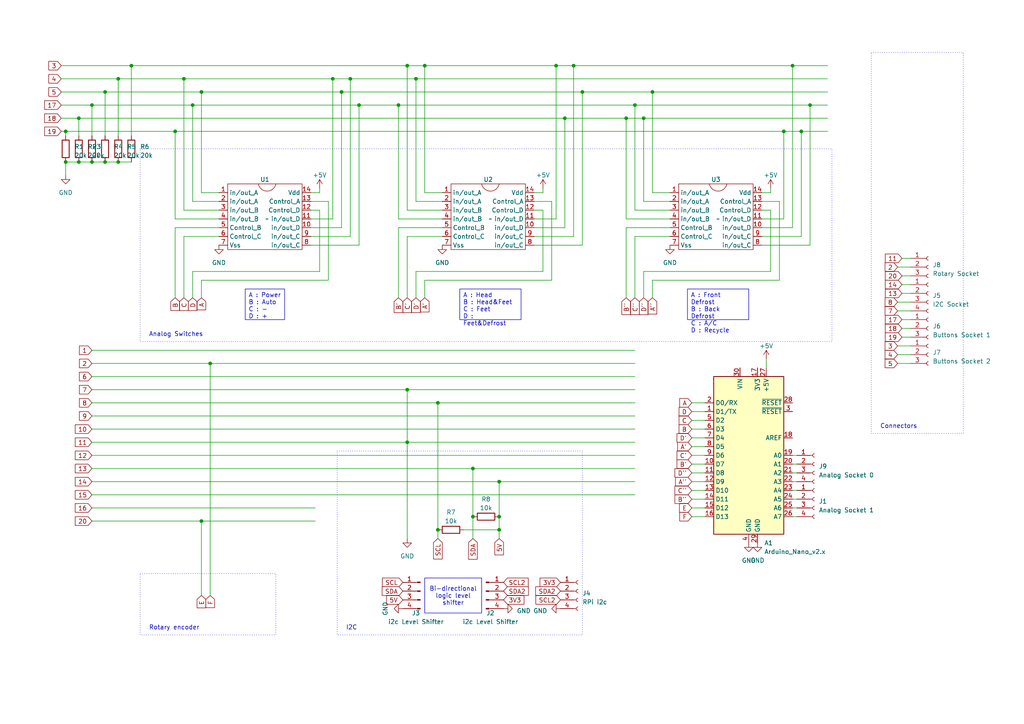
<source format=kicad_sch>
(kicad_sch (version 20230121) (generator eeschema)

  (uuid a66afc01-2876-4c56-8e39-492d06925efb)

  (paper "A4")

  (title_block
    (title "piJagClim intermediaire PCB")
    (date "2023-04-07")
  )

  (lib_symbols
    (symbol "Connector:Conn_01x03_Socket" (pin_names (offset 1.016) hide) (in_bom yes) (on_board yes)
      (property "Reference" "J" (at 0 5.08 0)
        (effects (font (size 1.27 1.27)))
      )
      (property "Value" "Conn_01x03_Socket" (at 0 -5.08 0)
        (effects (font (size 1.27 1.27)))
      )
      (property "Footprint" "" (at 0 0 0)
        (effects (font (size 1.27 1.27)) hide)
      )
      (property "Datasheet" "~" (at 0 0 0)
        (effects (font (size 1.27 1.27)) hide)
      )
      (property "ki_locked" "" (at 0 0 0)
        (effects (font (size 1.27 1.27)))
      )
      (property "ki_keywords" "connector" (at 0 0 0)
        (effects (font (size 1.27 1.27)) hide)
      )
      (property "ki_description" "Generic connector, single row, 01x03, script generated" (at 0 0 0)
        (effects (font (size 1.27 1.27)) hide)
      )
      (property "ki_fp_filters" "Connector*:*_1x??_*" (at 0 0 0)
        (effects (font (size 1.27 1.27)) hide)
      )
      (symbol "Conn_01x03_Socket_1_1"
        (arc (start 0 -2.032) (mid -0.5058 -2.54) (end 0 -3.048)
          (stroke (width 0.1524) (type default))
          (fill (type none))
        )
        (polyline
          (pts
            (xy -1.27 -2.54)
            (xy -0.508 -2.54)
          )
          (stroke (width 0.1524) (type default))
          (fill (type none))
        )
        (polyline
          (pts
            (xy -1.27 0)
            (xy -0.508 0)
          )
          (stroke (width 0.1524) (type default))
          (fill (type none))
        )
        (polyline
          (pts
            (xy -1.27 2.54)
            (xy -0.508 2.54)
          )
          (stroke (width 0.1524) (type default))
          (fill (type none))
        )
        (arc (start 0 0.508) (mid -0.5058 0) (end 0 -0.508)
          (stroke (width 0.1524) (type default))
          (fill (type none))
        )
        (arc (start 0 3.048) (mid -0.5058 2.54) (end 0 2.032)
          (stroke (width 0.1524) (type default))
          (fill (type none))
        )
        (pin passive line (at -5.08 2.54 0) (length 3.81)
          (name "Pin_1" (effects (font (size 1.27 1.27))))
          (number "1" (effects (font (size 1.27 1.27))))
        )
        (pin passive line (at -5.08 0 0) (length 3.81)
          (name "Pin_2" (effects (font (size 1.27 1.27))))
          (number "2" (effects (font (size 1.27 1.27))))
        )
        (pin passive line (at -5.08 -2.54 0) (length 3.81)
          (name "Pin_3" (effects (font (size 1.27 1.27))))
          (number "3" (effects (font (size 1.27 1.27))))
        )
      )
    )
    (symbol "Connector:Conn_01x04_Pin" (pin_names (offset 1.016) hide) (in_bom yes) (on_board yes)
      (property "Reference" "J" (at 0 5.08 0)
        (effects (font (size 1.27 1.27)))
      )
      (property "Value" "Conn_01x04_Pin" (at 0 -7.62 0)
        (effects (font (size 1.27 1.27)))
      )
      (property "Footprint" "" (at 0 0 0)
        (effects (font (size 1.27 1.27)) hide)
      )
      (property "Datasheet" "~" (at 0 0 0)
        (effects (font (size 1.27 1.27)) hide)
      )
      (property "ki_locked" "" (at 0 0 0)
        (effects (font (size 1.27 1.27)))
      )
      (property "ki_keywords" "connector" (at 0 0 0)
        (effects (font (size 1.27 1.27)) hide)
      )
      (property "ki_description" "Generic connector, single row, 01x04, script generated" (at 0 0 0)
        (effects (font (size 1.27 1.27)) hide)
      )
      (property "ki_fp_filters" "Connector*:*_1x??_*" (at 0 0 0)
        (effects (font (size 1.27 1.27)) hide)
      )
      (symbol "Conn_01x04_Pin_1_1"
        (polyline
          (pts
            (xy 1.27 -5.08)
            (xy 0.8636 -5.08)
          )
          (stroke (width 0.1524) (type default))
          (fill (type none))
        )
        (polyline
          (pts
            (xy 1.27 -2.54)
            (xy 0.8636 -2.54)
          )
          (stroke (width 0.1524) (type default))
          (fill (type none))
        )
        (polyline
          (pts
            (xy 1.27 0)
            (xy 0.8636 0)
          )
          (stroke (width 0.1524) (type default))
          (fill (type none))
        )
        (polyline
          (pts
            (xy 1.27 2.54)
            (xy 0.8636 2.54)
          )
          (stroke (width 0.1524) (type default))
          (fill (type none))
        )
        (rectangle (start 0.8636 -4.953) (end 0 -5.207)
          (stroke (width 0.1524) (type default))
          (fill (type outline))
        )
        (rectangle (start 0.8636 -2.413) (end 0 -2.667)
          (stroke (width 0.1524) (type default))
          (fill (type outline))
        )
        (rectangle (start 0.8636 0.127) (end 0 -0.127)
          (stroke (width 0.1524) (type default))
          (fill (type outline))
        )
        (rectangle (start 0.8636 2.667) (end 0 2.413)
          (stroke (width 0.1524) (type default))
          (fill (type outline))
        )
        (pin passive line (at 5.08 2.54 180) (length 3.81)
          (name "Pin_1" (effects (font (size 1.27 1.27))))
          (number "1" (effects (font (size 1.27 1.27))))
        )
        (pin passive line (at 5.08 0 180) (length 3.81)
          (name "Pin_2" (effects (font (size 1.27 1.27))))
          (number "2" (effects (font (size 1.27 1.27))))
        )
        (pin passive line (at 5.08 -2.54 180) (length 3.81)
          (name "Pin_3" (effects (font (size 1.27 1.27))))
          (number "3" (effects (font (size 1.27 1.27))))
        )
        (pin passive line (at 5.08 -5.08 180) (length 3.81)
          (name "Pin_4" (effects (font (size 1.27 1.27))))
          (number "4" (effects (font (size 1.27 1.27))))
        )
      )
    )
    (symbol "Connector:Conn_01x04_Socket" (pin_names (offset 1.016) hide) (in_bom yes) (on_board yes)
      (property "Reference" "J" (at 0 5.08 0)
        (effects (font (size 1.27 1.27)))
      )
      (property "Value" "Conn_01x04_Socket" (at 0 -7.62 0)
        (effects (font (size 1.27 1.27)))
      )
      (property "Footprint" "" (at 0 0 0)
        (effects (font (size 1.27 1.27)) hide)
      )
      (property "Datasheet" "~" (at 0 0 0)
        (effects (font (size 1.27 1.27)) hide)
      )
      (property "ki_locked" "" (at 0 0 0)
        (effects (font (size 1.27 1.27)))
      )
      (property "ki_keywords" "connector" (at 0 0 0)
        (effects (font (size 1.27 1.27)) hide)
      )
      (property "ki_description" "Generic connector, single row, 01x04, script generated" (at 0 0 0)
        (effects (font (size 1.27 1.27)) hide)
      )
      (property "ki_fp_filters" "Connector*:*_1x??_*" (at 0 0 0)
        (effects (font (size 1.27 1.27)) hide)
      )
      (symbol "Conn_01x04_Socket_1_1"
        (arc (start 0 -4.572) (mid -0.5058 -5.08) (end 0 -5.588)
          (stroke (width 0.1524) (type default))
          (fill (type none))
        )
        (arc (start 0 -2.032) (mid -0.5058 -2.54) (end 0 -3.048)
          (stroke (width 0.1524) (type default))
          (fill (type none))
        )
        (polyline
          (pts
            (xy -1.27 -5.08)
            (xy -0.508 -5.08)
          )
          (stroke (width 0.1524) (type default))
          (fill (type none))
        )
        (polyline
          (pts
            (xy -1.27 -2.54)
            (xy -0.508 -2.54)
          )
          (stroke (width 0.1524) (type default))
          (fill (type none))
        )
        (polyline
          (pts
            (xy -1.27 0)
            (xy -0.508 0)
          )
          (stroke (width 0.1524) (type default))
          (fill (type none))
        )
        (polyline
          (pts
            (xy -1.27 2.54)
            (xy -0.508 2.54)
          )
          (stroke (width 0.1524) (type default))
          (fill (type none))
        )
        (arc (start 0 0.508) (mid -0.5058 0) (end 0 -0.508)
          (stroke (width 0.1524) (type default))
          (fill (type none))
        )
        (arc (start 0 3.048) (mid -0.5058 2.54) (end 0 2.032)
          (stroke (width 0.1524) (type default))
          (fill (type none))
        )
        (pin passive line (at -5.08 2.54 0) (length 3.81)
          (name "Pin_1" (effects (font (size 1.27 1.27))))
          (number "1" (effects (font (size 1.27 1.27))))
        )
        (pin passive line (at -5.08 0 0) (length 3.81)
          (name "Pin_2" (effects (font (size 1.27 1.27))))
          (number "2" (effects (font (size 1.27 1.27))))
        )
        (pin passive line (at -5.08 -2.54 0) (length 3.81)
          (name "Pin_3" (effects (font (size 1.27 1.27))))
          (number "3" (effects (font (size 1.27 1.27))))
        )
        (pin passive line (at -5.08 -5.08 0) (length 3.81)
          (name "Pin_4" (effects (font (size 1.27 1.27))))
          (number "4" (effects (font (size 1.27 1.27))))
        )
      )
    )
    (symbol "Device:R" (pin_numbers hide) (pin_names (offset 0)) (in_bom yes) (on_board yes)
      (property "Reference" "R" (at 2.032 0 90)
        (effects (font (size 1.27 1.27)))
      )
      (property "Value" "R" (at 0 0 90)
        (effects (font (size 1.27 1.27)))
      )
      (property "Footprint" "" (at -1.778 0 90)
        (effects (font (size 1.27 1.27)) hide)
      )
      (property "Datasheet" "~" (at 0 0 0)
        (effects (font (size 1.27 1.27)) hide)
      )
      (property "ki_keywords" "R res resistor" (at 0 0 0)
        (effects (font (size 1.27 1.27)) hide)
      )
      (property "ki_description" "Resistor" (at 0 0 0)
        (effects (font (size 1.27 1.27)) hide)
      )
      (property "ki_fp_filters" "R_*" (at 0 0 0)
        (effects (font (size 1.27 1.27)) hide)
      )
      (symbol "R_0_1"
        (rectangle (start -1.016 -2.54) (end 1.016 2.54)
          (stroke (width 0.254) (type default))
          (fill (type none))
        )
      )
      (symbol "R_1_1"
        (pin passive line (at 0 3.81 270) (length 1.27)
          (name "~" (effects (font (size 1.27 1.27))))
          (number "1" (effects (font (size 1.27 1.27))))
        )
        (pin passive line (at 0 -3.81 90) (length 1.27)
          (name "~" (effects (font (size 1.27 1.27))))
          (number "2" (effects (font (size 1.27 1.27))))
        )
      )
    )
    (symbol "MCU_Module:Arduino_Nano_v2.x" (in_bom yes) (on_board yes)
      (property "Reference" "A" (at -10.16 23.495 0)
        (effects (font (size 1.27 1.27)) (justify left bottom))
      )
      (property "Value" "Arduino_Nano_v2.x" (at 5.08 -24.13 0)
        (effects (font (size 1.27 1.27)) (justify left top))
      )
      (property "Footprint" "Module:Arduino_Nano" (at 0 0 0)
        (effects (font (size 1.27 1.27) italic) hide)
      )
      (property "Datasheet" "https://www.arduino.cc/en/uploads/Main/ArduinoNanoManual23.pdf" (at 0 0 0)
        (effects (font (size 1.27 1.27)) hide)
      )
      (property "ki_keywords" "Arduino nano microcontroller module USB" (at 0 0 0)
        (effects (font (size 1.27 1.27)) hide)
      )
      (property "ki_description" "Arduino Nano v2.x" (at 0 0 0)
        (effects (font (size 1.27 1.27)) hide)
      )
      (property "ki_fp_filters" "Arduino*Nano*" (at 0 0 0)
        (effects (font (size 1.27 1.27)) hide)
      )
      (symbol "Arduino_Nano_v2.x_0_1"
        (rectangle (start -10.16 22.86) (end 10.16 -22.86)
          (stroke (width 0.254) (type default))
          (fill (type background))
        )
      )
      (symbol "Arduino_Nano_v2.x_1_1"
        (pin bidirectional line (at -12.7 12.7 0) (length 2.54)
          (name "D1/TX" (effects (font (size 1.27 1.27))))
          (number "1" (effects (font (size 1.27 1.27))))
        )
        (pin bidirectional line (at -12.7 -2.54 0) (length 2.54)
          (name "D7" (effects (font (size 1.27 1.27))))
          (number "10" (effects (font (size 1.27 1.27))))
        )
        (pin bidirectional line (at -12.7 -5.08 0) (length 2.54)
          (name "D8" (effects (font (size 1.27 1.27))))
          (number "11" (effects (font (size 1.27 1.27))))
        )
        (pin bidirectional line (at -12.7 -7.62 0) (length 2.54)
          (name "D9" (effects (font (size 1.27 1.27))))
          (number "12" (effects (font (size 1.27 1.27))))
        )
        (pin bidirectional line (at -12.7 -10.16 0) (length 2.54)
          (name "D10" (effects (font (size 1.27 1.27))))
          (number "13" (effects (font (size 1.27 1.27))))
        )
        (pin bidirectional line (at -12.7 -12.7 0) (length 2.54)
          (name "D11" (effects (font (size 1.27 1.27))))
          (number "14" (effects (font (size 1.27 1.27))))
        )
        (pin bidirectional line (at -12.7 -15.24 0) (length 2.54)
          (name "D12" (effects (font (size 1.27 1.27))))
          (number "15" (effects (font (size 1.27 1.27))))
        )
        (pin bidirectional line (at -12.7 -17.78 0) (length 2.54)
          (name "D13" (effects (font (size 1.27 1.27))))
          (number "16" (effects (font (size 1.27 1.27))))
        )
        (pin power_out line (at 2.54 25.4 270) (length 2.54)
          (name "3V3" (effects (font (size 1.27 1.27))))
          (number "17" (effects (font (size 1.27 1.27))))
        )
        (pin input line (at 12.7 5.08 180) (length 2.54)
          (name "AREF" (effects (font (size 1.27 1.27))))
          (number "18" (effects (font (size 1.27 1.27))))
        )
        (pin bidirectional line (at 12.7 0 180) (length 2.54)
          (name "A0" (effects (font (size 1.27 1.27))))
          (number "19" (effects (font (size 1.27 1.27))))
        )
        (pin bidirectional line (at -12.7 15.24 0) (length 2.54)
          (name "D0/RX" (effects (font (size 1.27 1.27))))
          (number "2" (effects (font (size 1.27 1.27))))
        )
        (pin bidirectional line (at 12.7 -2.54 180) (length 2.54)
          (name "A1" (effects (font (size 1.27 1.27))))
          (number "20" (effects (font (size 1.27 1.27))))
        )
        (pin bidirectional line (at 12.7 -5.08 180) (length 2.54)
          (name "A2" (effects (font (size 1.27 1.27))))
          (number "21" (effects (font (size 1.27 1.27))))
        )
        (pin bidirectional line (at 12.7 -7.62 180) (length 2.54)
          (name "A3" (effects (font (size 1.27 1.27))))
          (number "22" (effects (font (size 1.27 1.27))))
        )
        (pin bidirectional line (at 12.7 -10.16 180) (length 2.54)
          (name "A4" (effects (font (size 1.27 1.27))))
          (number "23" (effects (font (size 1.27 1.27))))
        )
        (pin bidirectional line (at 12.7 -12.7 180) (length 2.54)
          (name "A5" (effects (font (size 1.27 1.27))))
          (number "24" (effects (font (size 1.27 1.27))))
        )
        (pin bidirectional line (at 12.7 -15.24 180) (length 2.54)
          (name "A6" (effects (font (size 1.27 1.27))))
          (number "25" (effects (font (size 1.27 1.27))))
        )
        (pin bidirectional line (at 12.7 -17.78 180) (length 2.54)
          (name "A7" (effects (font (size 1.27 1.27))))
          (number "26" (effects (font (size 1.27 1.27))))
        )
        (pin power_out line (at 5.08 25.4 270) (length 2.54)
          (name "+5V" (effects (font (size 1.27 1.27))))
          (number "27" (effects (font (size 1.27 1.27))))
        )
        (pin input line (at 12.7 15.24 180) (length 2.54)
          (name "~{RESET}" (effects (font (size 1.27 1.27))))
          (number "28" (effects (font (size 1.27 1.27))))
        )
        (pin power_in line (at 2.54 -25.4 90) (length 2.54)
          (name "GND" (effects (font (size 1.27 1.27))))
          (number "29" (effects (font (size 1.27 1.27))))
        )
        (pin input line (at 12.7 12.7 180) (length 2.54)
          (name "~{RESET}" (effects (font (size 1.27 1.27))))
          (number "3" (effects (font (size 1.27 1.27))))
        )
        (pin power_in line (at -2.54 25.4 270) (length 2.54)
          (name "VIN" (effects (font (size 1.27 1.27))))
          (number "30" (effects (font (size 1.27 1.27))))
        )
        (pin power_in line (at 0 -25.4 90) (length 2.54)
          (name "GND" (effects (font (size 1.27 1.27))))
          (number "4" (effects (font (size 1.27 1.27))))
        )
        (pin bidirectional line (at -12.7 10.16 0) (length 2.54)
          (name "D2" (effects (font (size 1.27 1.27))))
          (number "5" (effects (font (size 1.27 1.27))))
        )
        (pin bidirectional line (at -12.7 7.62 0) (length 2.54)
          (name "D3" (effects (font (size 1.27 1.27))))
          (number "6" (effects (font (size 1.27 1.27))))
        )
        (pin bidirectional line (at -12.7 5.08 0) (length 2.54)
          (name "D4" (effects (font (size 1.27 1.27))))
          (number "7" (effects (font (size 1.27 1.27))))
        )
        (pin bidirectional line (at -12.7 2.54 0) (length 2.54)
          (name "D5" (effects (font (size 1.27 1.27))))
          (number "8" (effects (font (size 1.27 1.27))))
        )
        (pin bidirectional line (at -12.7 0 0) (length 2.54)
          (name "D6" (effects (font (size 1.27 1.27))))
          (number "9" (effects (font (size 1.27 1.27))))
        )
      )
    )
    (symbol "customLibrary:HCF4066B" (in_bom yes) (on_board yes)
      (property "Reference" "U" (at -7.62 11.43 0)
        (effects (font (size 1.27 1.27)))
      )
      (property "Value" "" (at 0 0 0)
        (effects (font (size 1.27 1.27)))
      )
      (property "Footprint" "" (at 0 0 0)
        (effects (font (size 1.27 1.27)) hide)
      )
      (property "Datasheet" "" (at 0 0 0)
        (effects (font (size 1.27 1.27)) hide)
      )
      (symbol "HCF4066B_0_1"
        (rectangle (start -11.43 10.16) (end 10.16 -8.89)
          (stroke (width 0) (type default))
          (fill (type none))
        )
        (arc (start -2.54 10.16) (mid 0 8.0719) (end 2.54 10.16)
          (stroke (width 0) (type default))
          (fill (type none))
        )
      )
      (symbol "HCF4066B_1_1"
        (pin free line (at -13.97 7.62 0) (length 2.54)
          (name "in/out_A" (effects (font (size 1.27 1.27))))
          (number "1" (effects (font (size 1.27 1.27))))
        )
        (pin free line (at 12.7 -2.54 180) (length 2.54)
          (name "in/out_D" (effects (font (size 1.27 1.27))))
          (number "10" (effects (font (size 1.27 1.27))))
        )
        (pin free line (at 12.7 0 180) (length 2.54)
          (name "in/out_D" (effects (font (size 1.27 1.27))))
          (number "11" (effects (font (size 1.27 1.27))))
        )
        (pin free line (at 12.7 2.54 180) (length 2.54)
          (name "Control_D" (effects (font (size 1.27 1.27))))
          (number "12" (effects (font (size 1.27 1.27))))
        )
        (pin free line (at 12.7 5.08 180) (length 2.54)
          (name "Control_A" (effects (font (size 1.27 1.27))))
          (number "13" (effects (font (size 1.27 1.27))))
        )
        (pin free line (at 12.7 7.62 180) (length 2.54)
          (name "Vdd" (effects (font (size 1.27 1.27))))
          (number "14" (effects (font (size 1.27 1.27))))
        )
        (pin free line (at -13.97 5.08 0) (length 2.54)
          (name "in/out_A" (effects (font (size 1.27 1.27))))
          (number "2" (effects (font (size 1.27 1.27))))
        )
        (pin free line (at -13.97 2.54 0) (length 2.54)
          (name "in/out_B" (effects (font (size 1.27 1.27))))
          (number "3" (effects (font (size 1.27 1.27))))
        )
        (pin free line (at -13.97 0 0) (length 2.54)
          (name "in/out_B" (effects (font (size 1.27 1.27))))
          (number "4" (effects (font (size 1.27 1.27))))
        )
        (pin free line (at -13.97 -2.54 0) (length 2.54)
          (name "Control_B" (effects (font (size 1.27 1.27))))
          (number "5" (effects (font (size 1.27 1.27))))
        )
        (pin free line (at -13.97 -5.08 0) (length 2.54)
          (name "Control_C" (effects (font (size 1.27 1.27))))
          (number "6" (effects (font (size 1.27 1.27))))
        )
        (pin free line (at -13.97 -7.62 0) (length 2.54)
          (name "Vss" (effects (font (size 1.27 1.27))))
          (number "7" (effects (font (size 1.27 1.27))))
        )
        (pin free line (at 12.7 -7.62 180) (length 2.54)
          (name "in/out_C" (effects (font (size 1.27 1.27))))
          (number "8" (effects (font (size 1.27 1.27))))
        )
        (pin free line (at 12.7 -5.08 180) (length 2.54)
          (name "in/out_C" (effects (font (size 1.27 1.27))))
          (number "9" (effects (font (size 1.27 1.27))))
        )
      )
    )
    (symbol "power:+5V" (power) (pin_names (offset 0)) (in_bom yes) (on_board yes)
      (property "Reference" "#PWR" (at 0 -3.81 0)
        (effects (font (size 1.27 1.27)) hide)
      )
      (property "Value" "+5V" (at 0 3.556 0)
        (effects (font (size 1.27 1.27)))
      )
      (property "Footprint" "" (at 0 0 0)
        (effects (font (size 1.27 1.27)) hide)
      )
      (property "Datasheet" "" (at 0 0 0)
        (effects (font (size 1.27 1.27)) hide)
      )
      (property "ki_keywords" "global power" (at 0 0 0)
        (effects (font (size 1.27 1.27)) hide)
      )
      (property "ki_description" "Power symbol creates a global label with name \"+5V\"" (at 0 0 0)
        (effects (font (size 1.27 1.27)) hide)
      )
      (symbol "+5V_0_1"
        (polyline
          (pts
            (xy -0.762 1.27)
            (xy 0 2.54)
          )
          (stroke (width 0) (type default))
          (fill (type none))
        )
        (polyline
          (pts
            (xy 0 0)
            (xy 0 2.54)
          )
          (stroke (width 0) (type default))
          (fill (type none))
        )
        (polyline
          (pts
            (xy 0 2.54)
            (xy 0.762 1.27)
          )
          (stroke (width 0) (type default))
          (fill (type none))
        )
      )
      (symbol "+5V_1_1"
        (pin power_in line (at 0 0 90) (length 0) hide
          (name "+5V" (effects (font (size 1.27 1.27))))
          (number "1" (effects (font (size 1.27 1.27))))
        )
      )
    )
    (symbol "power:GND" (power) (pin_names (offset 0)) (in_bom yes) (on_board yes)
      (property "Reference" "#PWR" (at 0 -6.35 0)
        (effects (font (size 1.27 1.27)) hide)
      )
      (property "Value" "GND" (at 0 -3.81 0)
        (effects (font (size 1.27 1.27)))
      )
      (property "Footprint" "" (at 0 0 0)
        (effects (font (size 1.27 1.27)) hide)
      )
      (property "Datasheet" "" (at 0 0 0)
        (effects (font (size 1.27 1.27)) hide)
      )
      (property "ki_keywords" "global power" (at 0 0 0)
        (effects (font (size 1.27 1.27)) hide)
      )
      (property "ki_description" "Power symbol creates a global label with name \"GND\" , ground" (at 0 0 0)
        (effects (font (size 1.27 1.27)) hide)
      )
      (symbol "GND_0_1"
        (polyline
          (pts
            (xy 0 0)
            (xy 0 -1.27)
            (xy 1.27 -1.27)
            (xy 0 -2.54)
            (xy -1.27 -1.27)
            (xy 0 -1.27)
          )
          (stroke (width 0) (type default))
          (fill (type none))
        )
      )
      (symbol "GND_1_1"
        (pin power_in line (at 0 0 270) (length 0) hide
          (name "GND" (effects (font (size 1.27 1.27))))
          (number "1" (effects (font (size 1.27 1.27))))
        )
      )
    )
  )

  (junction (at 163.83 34.29) (diameter 0) (color 0 0 0 0)
    (uuid 08136d0f-cf0e-48c5-b33a-d5bdc352a9fc)
  )
  (junction (at 118.11 113.03) (diameter 0) (color 0 0 0 0)
    (uuid 0ac5b87b-bafc-410d-bf8c-e845273764ea)
  )
  (junction (at 227.33 38.1) (diameter 0) (color 0 0 0 0)
    (uuid 0b90e885-00b8-4d90-9825-ea3855bbd2ba)
  )
  (junction (at 168.91 26.67) (diameter 0) (color 0 0 0 0)
    (uuid 1bb70c91-ea4d-4491-b1ff-392bac2743ff)
  )
  (junction (at 53.34 22.86) (diameter 0) (color 0 0 0 0)
    (uuid 2047e70d-8666-4fa4-957e-33478d961ad8)
  )
  (junction (at 137.16 135.89) (diameter 0) (color 0 0 0 0)
    (uuid 258bf07f-7c6b-486a-95a5-0c17543e45ce)
  )
  (junction (at 120.65 22.86) (diameter 0) (color 0 0 0 0)
    (uuid 2d5db360-cfed-4b21-a2ea-f9844f2ecb16)
  )
  (junction (at 144.78 149.86) (diameter 0) (color 0 0 0 0)
    (uuid 314a0c3b-ed61-45b0-ad1f-675142237871)
  )
  (junction (at 184.15 30.48) (diameter 0) (color 0 0 0 0)
    (uuid 36434687-a2b7-4747-bbbf-74648f4385f8)
  )
  (junction (at 104.14 30.48) (diameter 0) (color 0 0 0 0)
    (uuid 374de143-2404-4d3f-a242-bbe6fe1c2cd9)
  )
  (junction (at 189.23 26.67) (diameter 0) (color 0 0 0 0)
    (uuid 3af4f79e-be7d-4c6d-a5d8-c56e77e6a350)
  )
  (junction (at 144.78 139.7) (diameter 0) (color 0 0 0 0)
    (uuid 3b169b47-af94-46ba-9d2a-6ad87e37353d)
  )
  (junction (at 232.41 38.1) (diameter 0) (color 0 0 0 0)
    (uuid 3e243c8a-2cdb-49e3-8608-8de2b3253c80)
  )
  (junction (at 19.05 38.1) (diameter 0) (color 0 0 0 0)
    (uuid 435f875c-73a2-441c-ac72-8012f865684f)
  )
  (junction (at 34.29 46.99) (diameter 0) (color 0 0 0 0)
    (uuid 4f7367b0-b38e-4d27-8878-f76ecd6ae25f)
  )
  (junction (at 123.19 19.05) (diameter 0) (color 0 0 0 0)
    (uuid 52f25a9d-8c13-4deb-a88c-e68c7af76d6e)
  )
  (junction (at 234.95 30.48) (diameter 0) (color 0 0 0 0)
    (uuid 5496077c-eec0-440f-9edf-9abade83ff92)
  )
  (junction (at 22.86 46.99) (diameter 0) (color 0 0 0 0)
    (uuid 591f2120-acca-4aa0-a9e9-726c95fbb148)
  )
  (junction (at 22.86 34.29) (diameter 0) (color 0 0 0 0)
    (uuid 597aa64b-b4d5-4fe0-8229-5618f7518654)
  )
  (junction (at 50.8 38.1) (diameter 0) (color 0 0 0 0)
    (uuid 5cd46b27-1551-4a22-a3fd-da85587126e5)
  )
  (junction (at 115.57 30.48) (diameter 0) (color 0 0 0 0)
    (uuid 5d58b53b-6075-4b2c-8f13-0f46c3714280)
  )
  (junction (at 127 153.67) (diameter 0) (color 0 0 0 0)
    (uuid 62f85e33-62af-4a95-bdb1-b5670312f9b6)
  )
  (junction (at 30.48 26.67) (diameter 0) (color 0 0 0 0)
    (uuid 67030bdb-9a95-4aae-bfba-e05ad8de64b8)
  )
  (junction (at 127 116.84) (diameter 0) (color 0 0 0 0)
    (uuid 6b1b3af7-d0c8-4058-a50a-ce8450bc2cee)
  )
  (junction (at 26.67 30.48) (diameter 0) (color 0 0 0 0)
    (uuid 6e8110d7-f12a-40c7-ab73-6991a9d5c188)
  )
  (junction (at 96.52 22.86) (diameter 0) (color 0 0 0 0)
    (uuid 7c14decc-38ed-48ff-ac98-2a02bf5dc0b6)
  )
  (junction (at 55.88 30.48) (diameter 0) (color 0 0 0 0)
    (uuid 7f916e00-24c6-4a97-bde2-ed37009fa68f)
  )
  (junction (at 118.11 19.05) (diameter 0) (color 0 0 0 0)
    (uuid 80faf17a-2182-4b99-a398-2d5d4c58af1f)
  )
  (junction (at 118.11 128.27) (diameter 0) (color 0 0 0 0)
    (uuid 810e8118-3b08-4075-af3d-1b16eb451574)
  )
  (junction (at 19.05 46.99) (diameter 0) (color 0 0 0 0)
    (uuid 84b70c6b-cfa4-4f2e-80cb-7b7afdd9c5b6)
  )
  (junction (at 30.48 46.99) (diameter 0) (color 0 0 0 0)
    (uuid 865b4872-c5f2-4ab3-ab67-754baeff870c)
  )
  (junction (at 144.78 153.67) (diameter 0) (color 0 0 0 0)
    (uuid 877d090b-9312-4002-8260-1b224eda860d)
  )
  (junction (at 101.6 22.86) (diameter 0) (color 0 0 0 0)
    (uuid 8bb0ddd5-2d92-42a1-b5fd-8cbb0d857070)
  )
  (junction (at 99.06 26.67) (diameter 0) (color 0 0 0 0)
    (uuid 9b3ab7f2-227a-420f-83f2-5f0c9348e323)
  )
  (junction (at 181.61 34.29) (diameter 0) (color 0 0 0 0)
    (uuid a0f3b704-cdf9-4724-a2a8-b2e971412751)
  )
  (junction (at 166.37 19.05) (diameter 0) (color 0 0 0 0)
    (uuid a278ff5e-55ea-4709-b7e6-c32287c3f690)
  )
  (junction (at 186.69 34.29) (diameter 0) (color 0 0 0 0)
    (uuid a461df45-7aba-4ca2-aa86-1b2813ff02fa)
  )
  (junction (at 34.29 22.86) (diameter 0) (color 0 0 0 0)
    (uuid b3b9b31b-85be-4bf7-92f7-32826b89509d)
  )
  (junction (at 58.42 151.13) (diameter 0) (color 0 0 0 0)
    (uuid b958a14f-f7a6-4989-a649-7410fe4df206)
  )
  (junction (at 60.96 105.41) (diameter 0) (color 0 0 0 0)
    (uuid b9ed26b9-dfed-4a97-9448-f17cccb4f6f3)
  )
  (junction (at 58.42 26.67) (diameter 0) (color 0 0 0 0)
    (uuid c4bab567-050e-49ae-9f8e-c2212b20ecce)
  )
  (junction (at 38.1 19.05) (diameter 0) (color 0 0 0 0)
    (uuid c943753b-b865-4d58-aa47-a78fe5b096f2)
  )
  (junction (at 161.29 19.05) (diameter 0) (color 0 0 0 0)
    (uuid d9ab2f2f-b90c-4f4a-8b24-14fbff18d3a0)
  )
  (junction (at 26.67 46.99) (diameter 0) (color 0 0 0 0)
    (uuid eb573c1a-0dfd-4334-ac48-4699393e9441)
  )
  (junction (at 137.16 149.86) (diameter 0) (color 0 0 0 0)
    (uuid f4352d76-7f24-4953-bd61-59420779bad6)
  )
  (junction (at 229.87 19.05) (diameter 0) (color 0 0 0 0)
    (uuid f97a002d-d815-412c-a246-7c5ea60574a9)
  )

  (wire (pts (xy 26.67 139.7) (xy 144.78 139.7))
    (stroke (width 0) (type default))
    (uuid 008f0894-1f0d-498a-b625-bca8db0ec4d7)
  )
  (wire (pts (xy 34.29 22.86) (xy 53.34 22.86))
    (stroke (width 0) (type default))
    (uuid 0273ad01-ac9f-40d8-9a53-710e794a03c8)
  )
  (wire (pts (xy 229.87 139.7) (xy 231.14 139.7))
    (stroke (width 0) (type default))
    (uuid 030ddc74-3ed7-4ef9-8518-634004c9ef0b)
  )
  (wire (pts (xy 200.66 149.86) (xy 204.47 149.86))
    (stroke (width 0) (type default))
    (uuid 0564f138-3b29-427e-9c6b-9d6d166482c0)
  )
  (wire (pts (xy 95.25 58.42) (xy 95.25 81.28))
    (stroke (width 0) (type default))
    (uuid 0897edaf-24d6-48e6-9546-d40fc4d6267a)
  )
  (wire (pts (xy 186.69 78.74) (xy 186.69 86.36))
    (stroke (width 0) (type default))
    (uuid 08e69b80-3ed9-41ad-8165-031b27b7acf7)
  )
  (wire (pts (xy 30.48 26.67) (xy 30.48 39.37))
    (stroke (width 0) (type default))
    (uuid 09886dfb-c4c3-4ed5-b0ac-6066632871fd)
  )
  (wire (pts (xy 60.96 105.41) (xy 60.96 172.72))
    (stroke (width 0) (type default))
    (uuid 0b44c4dc-766a-4f4b-a320-2b7ad122ba53)
  )
  (wire (pts (xy 157.48 60.96) (xy 157.48 78.74))
    (stroke (width 0) (type default))
    (uuid 0b667b72-5988-48fa-9145-edc7c35d83fd)
  )
  (wire (pts (xy 137.16 135.89) (xy 137.16 149.86))
    (stroke (width 0) (type default))
    (uuid 0bc200e8-9d37-474f-b576-4c4ee0874853)
  )
  (wire (pts (xy 200.66 139.7) (xy 204.47 139.7))
    (stroke (width 0) (type default))
    (uuid 0c379d6c-ff1b-4878-be31-5ae6d6b961c0)
  )
  (wire (pts (xy 157.48 78.74) (xy 120.65 78.74))
    (stroke (width 0) (type default))
    (uuid 0d004f09-d7a5-4e35-a78b-2471e7ddf035)
  )
  (wire (pts (xy 104.14 30.48) (xy 104.14 71.12))
    (stroke (width 0) (type default))
    (uuid 0e372cb0-26df-4add-aefc-ddc5905a300d)
  )
  (wire (pts (xy 63.5 68.58) (xy 53.34 68.58))
    (stroke (width 0) (type default))
    (uuid 0e8f0b34-8cd8-4f2c-afe1-9831d4bccc6b)
  )
  (wire (pts (xy 160.02 58.42) (xy 160.02 81.28))
    (stroke (width 0) (type default))
    (uuid 0f151819-5287-4968-827c-e7fc00a439cf)
  )
  (wire (pts (xy 128.27 58.42) (xy 120.65 58.42))
    (stroke (width 0) (type default))
    (uuid 153eac83-58dd-4d35-8cfb-bc0f5fab3e2a)
  )
  (wire (pts (xy 58.42 26.67) (xy 99.06 26.67))
    (stroke (width 0) (type default))
    (uuid 17351264-393a-4816-ac2b-ea83c2061d87)
  )
  (wire (pts (xy 26.67 46.99) (xy 30.48 46.99))
    (stroke (width 0) (type default))
    (uuid 19d952cf-c35c-4415-b7bf-0dc85cd340af)
  )
  (wire (pts (xy 168.91 26.67) (xy 189.23 26.67))
    (stroke (width 0) (type default))
    (uuid 1afae46d-81ce-4985-82b6-fe9664ff8b30)
  )
  (wire (pts (xy 115.57 30.48) (xy 184.15 30.48))
    (stroke (width 0) (type default))
    (uuid 1b5192df-9b22-4806-894f-72dec3a933c1)
  )
  (wire (pts (xy 154.94 58.42) (xy 160.02 58.42))
    (stroke (width 0) (type default))
    (uuid 1d8442ad-1f79-4d17-8ac6-cff8fdb26ed0)
  )
  (wire (pts (xy 189.23 26.67) (xy 240.03 26.67))
    (stroke (width 0) (type default))
    (uuid 1ebcaeb6-19d8-4f80-9274-89ee37f0355f)
  )
  (wire (pts (xy 194.31 66.04) (xy 181.61 66.04))
    (stroke (width 0) (type default))
    (uuid 20eff2ae-a094-42e0-93dd-d28bb36eee16)
  )
  (wire (pts (xy 118.11 128.27) (xy 184.15 128.27))
    (stroke (width 0) (type default))
    (uuid 21a40025-c92d-408d-acd7-3fccdefa8cac)
  )
  (wire (pts (xy 200.66 124.46) (xy 204.47 124.46))
    (stroke (width 0) (type default))
    (uuid 21caa2cf-14b1-4b2f-b70f-4dde6faf4121)
  )
  (wire (pts (xy 154.94 63.5) (xy 161.29 63.5))
    (stroke (width 0) (type default))
    (uuid 23d2db6f-d2d2-4d89-b785-bc0d71c1f72c)
  )
  (wire (pts (xy 26.67 143.51) (xy 184.15 143.51))
    (stroke (width 0) (type default))
    (uuid 257176dc-cc3e-4379-8cb5-c456248b2ada)
  )
  (wire (pts (xy 123.19 19.05) (xy 161.29 19.05))
    (stroke (width 0) (type default))
    (uuid 260c0427-2e53-409d-acc1-644724969e69)
  )
  (wire (pts (xy 30.48 46.99) (xy 34.29 46.99))
    (stroke (width 0) (type default))
    (uuid 26dee3bc-929e-4737-99bd-2640a766be93)
  )
  (wire (pts (xy 90.17 63.5) (xy 96.52 63.5))
    (stroke (width 0) (type default))
    (uuid 274f7956-6c3c-4752-ac0d-f77af49f61d7)
  )
  (wire (pts (xy 90.17 58.42) (xy 95.25 58.42))
    (stroke (width 0) (type default))
    (uuid 27885097-6555-4ca9-b55f-59adfe155baf)
  )
  (wire (pts (xy 200.66 147.32) (xy 204.47 147.32))
    (stroke (width 0) (type default))
    (uuid 28aecd20-cd47-4a82-a51e-c42355680078)
  )
  (wire (pts (xy 229.87 132.08) (xy 231.14 132.08))
    (stroke (width 0) (type default))
    (uuid 2a1bc808-3a36-43b8-abe7-af1e119a8bd3)
  )
  (wire (pts (xy 134.62 153.67) (xy 144.78 153.67))
    (stroke (width 0) (type default))
    (uuid 2b4980fa-4289-4922-9156-7b76f722bd47)
  )
  (wire (pts (xy 168.91 26.67) (xy 168.91 71.12))
    (stroke (width 0) (type default))
    (uuid 2bb2d98f-1482-482a-830c-eecd81af5154)
  )
  (wire (pts (xy 26.67 101.6) (xy 184.15 101.6))
    (stroke (width 0) (type default))
    (uuid 2d9e1468-4fdc-4e97-a94d-9a87a3ac05eb)
  )
  (wire (pts (xy 226.06 81.28) (xy 189.23 81.28))
    (stroke (width 0) (type default))
    (uuid 3020940c-8762-4172-8da7-d5433b23656c)
  )
  (wire (pts (xy 229.87 147.32) (xy 231.14 147.32))
    (stroke (width 0) (type default))
    (uuid 31ca1a6d-d240-4142-be16-6babd09aef2d)
  )
  (wire (pts (xy 200.66 129.54) (xy 204.47 129.54))
    (stroke (width 0) (type default))
    (uuid 331e0dc3-b96c-49c2-9738-98e267b74c9c)
  )
  (wire (pts (xy 261.62 74.93) (xy 264.16 74.93))
    (stroke (width 0) (type default))
    (uuid 3374764b-843f-48fc-a7d2-695f9b49a56f)
  )
  (wire (pts (xy 154.94 66.04) (xy 163.83 66.04))
    (stroke (width 0) (type default))
    (uuid 33872246-ba4b-46c5-858a-b66c9948302b)
  )
  (wire (pts (xy 260.35 87.63) (xy 264.16 87.63))
    (stroke (width 0) (type default))
    (uuid 354dfdc9-07aa-4216-bcde-5f2a8c071116)
  )
  (wire (pts (xy 260.35 105.41) (xy 264.16 105.41))
    (stroke (width 0) (type default))
    (uuid 36b38ee2-ac3e-4226-91af-9759851828db)
  )
  (wire (pts (xy 261.62 85.09) (xy 264.16 85.09))
    (stroke (width 0) (type default))
    (uuid 36c6e4b4-a3ef-4e13-99ef-ca5939ab3efb)
  )
  (wire (pts (xy 63.5 60.96) (xy 53.34 60.96))
    (stroke (width 0) (type default))
    (uuid 38506fde-c5bd-4caf-82f8-c9ffbf5773f9)
  )
  (wire (pts (xy 128.27 55.88) (xy 123.19 55.88))
    (stroke (width 0) (type default))
    (uuid 3890f645-bb09-4d7f-9ce4-10c3e943db97)
  )
  (wire (pts (xy 127 116.84) (xy 127 153.67))
    (stroke (width 0) (type default))
    (uuid 38964c34-0aeb-403f-9309-2dc3332a6012)
  )
  (wire (pts (xy 200.66 137.16) (xy 204.47 137.16))
    (stroke (width 0) (type default))
    (uuid 3ae8e117-e74f-4b19-a76e-5c1f36e10377)
  )
  (wire (pts (xy 261.62 97.79) (xy 264.16 97.79))
    (stroke (width 0) (type default))
    (uuid 3bdf5a60-84b0-42d8-bd16-b279b2ade79a)
  )
  (wire (pts (xy 260.35 100.33) (xy 264.16 100.33))
    (stroke (width 0) (type default))
    (uuid 3c6101cc-997d-4949-95bc-4310ac05665f)
  )
  (wire (pts (xy 118.11 68.58) (xy 118.11 86.36))
    (stroke (width 0) (type default))
    (uuid 3f671cca-2150-4ecf-84d0-7fb35e71c910)
  )
  (wire (pts (xy 55.88 78.74) (xy 55.88 86.36))
    (stroke (width 0) (type default))
    (uuid 3f6764c2-92c4-4f1f-bf10-ebcb9d1c7909)
  )
  (wire (pts (xy 63.5 63.5) (xy 50.8 63.5))
    (stroke (width 0) (type default))
    (uuid 414a54eb-8931-47f2-834d-f15985fdd502)
  )
  (wire (pts (xy 261.62 95.25) (xy 264.16 95.25))
    (stroke (width 0) (type default))
    (uuid 451dd0c5-4c8d-4f10-9245-2e54689dfcdb)
  )
  (wire (pts (xy 220.98 71.12) (xy 234.95 71.12))
    (stroke (width 0) (type default))
    (uuid 45d5a85f-ca80-4377-8261-64bb298fd2ca)
  )
  (wire (pts (xy 157.48 54.61) (xy 157.48 55.88))
    (stroke (width 0) (type default))
    (uuid 4638500d-599b-4325-87f0-2652e52f63b0)
  )
  (wire (pts (xy 92.71 60.96) (xy 92.71 78.74))
    (stroke (width 0) (type default))
    (uuid 4738b7d7-b13c-4632-8189-b28ade3802ef)
  )
  (wire (pts (xy 50.8 38.1) (xy 227.33 38.1))
    (stroke (width 0) (type default))
    (uuid 48d28da9-13c6-4a47-b48b-63e4bcd03943)
  )
  (wire (pts (xy 200.66 144.78) (xy 204.47 144.78))
    (stroke (width 0) (type default))
    (uuid 4a77c21f-3c35-4f40-b4ea-7206e4c4986c)
  )
  (wire (pts (xy 189.23 81.28) (xy 189.23 86.36))
    (stroke (width 0) (type default))
    (uuid 4a98d302-3ce2-4602-a618-e3f8bcfb6cdf)
  )
  (wire (pts (xy 34.29 46.99) (xy 38.1 46.99))
    (stroke (width 0) (type default))
    (uuid 4c6b3f61-7d32-4a6b-bd37-56b1cdb5660d)
  )
  (wire (pts (xy 99.06 26.67) (xy 99.06 66.04))
    (stroke (width 0) (type default))
    (uuid 4e23c95c-3c4e-417e-a886-9bf38e565a3b)
  )
  (wire (pts (xy 220.98 58.42) (xy 226.06 58.42))
    (stroke (width 0) (type default))
    (uuid 4ed8a733-c7f1-41b4-8710-25a3862a963d)
  )
  (wire (pts (xy 220.98 63.5) (xy 227.33 63.5))
    (stroke (width 0) (type default))
    (uuid 4f555b6a-2278-4a6d-bd9a-f9e07f6b38e6)
  )
  (wire (pts (xy 163.83 34.29) (xy 163.83 66.04))
    (stroke (width 0) (type default))
    (uuid 505e1825-7d1f-4079-8233-e8107df6ae5f)
  )
  (wire (pts (xy 200.66 119.38) (xy 204.47 119.38))
    (stroke (width 0) (type default))
    (uuid 505f0b2c-71e2-4a96-a56d-be1ebafebe8d)
  )
  (wire (pts (xy 17.78 22.86) (xy 34.29 22.86))
    (stroke (width 0) (type default))
    (uuid 513e3fff-b49a-45fd-af9b-98a1ddbb11ed)
  )
  (wire (pts (xy 95.25 81.28) (xy 58.42 81.28))
    (stroke (width 0) (type default))
    (uuid 52c66e0a-12d9-4538-b702-1535d1a7f1b1)
  )
  (wire (pts (xy 260.35 77.47) (xy 264.16 77.47))
    (stroke (width 0) (type default))
    (uuid 53ae1ac1-a327-4964-b562-118a4cae98c5)
  )
  (wire (pts (xy 260.35 90.17) (xy 264.16 90.17))
    (stroke (width 0) (type default))
    (uuid 54f1f9db-f30c-4843-b2e1-ffa51bc9479b)
  )
  (wire (pts (xy 63.5 55.88) (xy 58.42 55.88))
    (stroke (width 0) (type default))
    (uuid 55b16f8b-0150-4134-8a9b-599b39e566b7)
  )
  (wire (pts (xy 26.67 30.48) (xy 55.88 30.48))
    (stroke (width 0) (type default))
    (uuid 57caf146-71c0-4146-b64b-5c2b036f21b5)
  )
  (wire (pts (xy 60.96 105.41) (xy 184.15 105.41))
    (stroke (width 0) (type default))
    (uuid 57e1810d-c20e-4567-92f8-d93362cac8cb)
  )
  (wire (pts (xy 161.29 19.05) (xy 166.37 19.05))
    (stroke (width 0) (type default))
    (uuid 5a0e380e-854d-4386-9f1d-59c601f170df)
  )
  (wire (pts (xy 157.48 55.88) (xy 154.94 55.88))
    (stroke (width 0) (type default))
    (uuid 5da5656c-4bf5-4ea8-a4ce-39fcdcd292f2)
  )
  (wire (pts (xy 26.67 135.89) (xy 137.16 135.89))
    (stroke (width 0) (type default))
    (uuid 5e319c9a-7fc2-489e-80d1-d20b832a304e)
  )
  (wire (pts (xy 96.52 22.86) (xy 96.52 63.5))
    (stroke (width 0) (type default))
    (uuid 5ebe5d65-817b-4ab4-b0c5-44132e3f35b5)
  )
  (wire (pts (xy 55.88 30.48) (xy 104.14 30.48))
    (stroke (width 0) (type default))
    (uuid 5ed8aad3-ad6a-4953-b5af-d62c0fbf421d)
  )
  (wire (pts (xy 229.87 144.78) (xy 231.14 144.78))
    (stroke (width 0) (type default))
    (uuid 60bef7c6-4492-4fb3-8838-c4927fea89f3)
  )
  (wire (pts (xy 181.61 34.29) (xy 181.61 63.5))
    (stroke (width 0) (type default))
    (uuid 64d49279-3565-4718-9b15-15275f2be9a7)
  )
  (wire (pts (xy 26.67 124.46) (xy 184.15 124.46))
    (stroke (width 0) (type default))
    (uuid 660ce906-1998-4b7d-914c-e38381b2d3f8)
  )
  (wire (pts (xy 229.87 134.62) (xy 231.14 134.62))
    (stroke (width 0) (type default))
    (uuid 67656f01-5565-4d45-b63b-1081f971f337)
  )
  (wire (pts (xy 63.5 58.42) (xy 55.88 58.42))
    (stroke (width 0) (type default))
    (uuid 67709f79-8c3f-4439-8497-e4971a12020d)
  )
  (wire (pts (xy 104.14 30.48) (xy 115.57 30.48))
    (stroke (width 0) (type default))
    (uuid 6a579594-b0b5-4b10-aa91-d7e90399afa1)
  )
  (wire (pts (xy 232.41 38.1) (xy 232.41 68.58))
    (stroke (width 0) (type default))
    (uuid 6a92f36c-c79c-4abd-b38d-8dc5f4f1fbc4)
  )
  (wire (pts (xy 17.78 38.1) (xy 19.05 38.1))
    (stroke (width 0) (type default))
    (uuid 6ce5add9-cc71-42b4-8e30-88fe4d8cbb24)
  )
  (wire (pts (xy 26.67 147.32) (xy 91.44 147.32))
    (stroke (width 0) (type default))
    (uuid 6e8799b1-10a3-4edf-b436-d18583e620af)
  )
  (wire (pts (xy 26.67 30.48) (xy 26.67 39.37))
    (stroke (width 0) (type default))
    (uuid 719e9967-3b64-4a0e-b723-82f98f25599e)
  )
  (wire (pts (xy 22.86 34.29) (xy 163.83 34.29))
    (stroke (width 0) (type default))
    (uuid 72068567-d0c5-4be1-9a11-cbf6b952de76)
  )
  (wire (pts (xy 232.41 38.1) (xy 240.03 38.1))
    (stroke (width 0) (type default))
    (uuid 738e90f6-55ad-4d2b-862f-b7f6bd7f1142)
  )
  (wire (pts (xy 118.11 113.03) (xy 184.15 113.03))
    (stroke (width 0) (type default))
    (uuid 73c94ea8-2a9f-4314-8008-6a84cb7d7712)
  )
  (wire (pts (xy 19.05 38.1) (xy 19.05 39.37))
    (stroke (width 0) (type default))
    (uuid 745c5984-cce6-421f-8cdd-6ed0b4b5357a)
  )
  (wire (pts (xy 63.5 66.04) (xy 50.8 66.04))
    (stroke (width 0) (type default))
    (uuid 7695d2c0-3514-4f4c-9637-2630ab28d71b)
  )
  (wire (pts (xy 154.94 71.12) (xy 168.91 71.12))
    (stroke (width 0) (type default))
    (uuid 76f61153-9772-4aa6-b69a-55245b38c93a)
  )
  (wire (pts (xy 220.98 66.04) (xy 229.87 66.04))
    (stroke (width 0) (type default))
    (uuid 782ac3b8-de12-45c0-97e4-3dc13994567d)
  )
  (wire (pts (xy 223.52 60.96) (xy 223.52 78.74))
    (stroke (width 0) (type default))
    (uuid 78aff83e-23c6-4788-a133-0ab4e5afc54e)
  )
  (wire (pts (xy 17.78 34.29) (xy 22.86 34.29))
    (stroke (width 0) (type default))
    (uuid 78f088e6-e8eb-4b9c-9f97-7afc025cc133)
  )
  (wire (pts (xy 181.61 34.29) (xy 186.69 34.29))
    (stroke (width 0) (type default))
    (uuid 7927162b-f317-4713-acd7-02f6734762cb)
  )
  (wire (pts (xy 120.65 22.86) (xy 120.65 58.42))
    (stroke (width 0) (type default))
    (uuid 7bbf3fbf-5956-4a91-94df-69288413b4c1)
  )
  (wire (pts (xy 115.57 66.04) (xy 115.57 86.36))
    (stroke (width 0) (type default))
    (uuid 7bebd655-f54a-4b4b-b07a-18198bbd42ac)
  )
  (wire (pts (xy 223.52 78.74) (xy 186.69 78.74))
    (stroke (width 0) (type default))
    (uuid 7c320ee9-94d0-467d-866e-90c9975a40c5)
  )
  (wire (pts (xy 50.8 38.1) (xy 50.8 63.5))
    (stroke (width 0) (type default))
    (uuid 7c7c00cf-031a-4044-a0ae-60332ad8d4bb)
  )
  (wire (pts (xy 137.16 135.89) (xy 184.15 135.89))
    (stroke (width 0) (type default))
    (uuid 7d78412f-20cf-4352-b038-c63d79c7d3cd)
  )
  (wire (pts (xy 261.62 80.01) (xy 264.16 80.01))
    (stroke (width 0) (type default))
    (uuid 7e4907ec-988d-4ba7-b91b-467af340ff80)
  )
  (wire (pts (xy 154.94 60.96) (xy 157.48 60.96))
    (stroke (width 0) (type default))
    (uuid 7f175876-f17f-406d-a035-2740f16a0d73)
  )
  (wire (pts (xy 127 116.84) (xy 184.15 116.84))
    (stroke (width 0) (type default))
    (uuid 80f0719a-2d32-4082-9973-9cc73bcc8236)
  )
  (wire (pts (xy 101.6 22.86) (xy 120.65 22.86))
    (stroke (width 0) (type default))
    (uuid 8223d14e-3565-4c2c-9edf-541d3068fe95)
  )
  (wire (pts (xy 118.11 19.05) (xy 118.11 60.96))
    (stroke (width 0) (type default))
    (uuid 840ce5b4-5ee7-4f0a-b8f4-75efc799f768)
  )
  (wire (pts (xy 58.42 151.13) (xy 58.42 172.72))
    (stroke (width 0) (type default))
    (uuid 85a52721-f352-4073-83fb-a11374102753)
  )
  (wire (pts (xy 38.1 19.05) (xy 118.11 19.05))
    (stroke (width 0) (type default))
    (uuid 876f1d0b-92c7-4665-aff3-e9a69243e385)
  )
  (wire (pts (xy 220.98 60.96) (xy 223.52 60.96))
    (stroke (width 0) (type default))
    (uuid 877fe6dd-cfec-404b-8c1b-a2005d09db9a)
  )
  (wire (pts (xy 92.71 55.88) (xy 90.17 55.88))
    (stroke (width 0) (type default))
    (uuid 87d2336f-b75c-4bf4-a1a2-6a3bf189b407)
  )
  (wire (pts (xy 19.05 46.99) (xy 19.05 50.8))
    (stroke (width 0) (type default))
    (uuid 88094734-60bd-4118-a2e3-bbded2579012)
  )
  (wire (pts (xy 17.78 30.48) (xy 26.67 30.48))
    (stroke (width 0) (type default))
    (uuid 895b20aa-f516-4583-b1bd-b6dd20b63091)
  )
  (wire (pts (xy 101.6 22.86) (xy 101.6 68.58))
    (stroke (width 0) (type default))
    (uuid 8ab2c700-c926-4410-9d22-8c3af842d260)
  )
  (wire (pts (xy 261.62 92.71) (xy 264.16 92.71))
    (stroke (width 0) (type default))
    (uuid 8ac93b5e-4598-4d9a-be0b-3324caa51465)
  )
  (wire (pts (xy 223.52 54.61) (xy 223.52 55.88))
    (stroke (width 0) (type default))
    (uuid 8b6a14d0-0ffb-4979-87f5-ba5cf7cec8fd)
  )
  (wire (pts (xy 229.87 137.16) (xy 231.14 137.16))
    (stroke (width 0) (type default))
    (uuid 8b6fd513-a637-4e5e-8d0e-f84fdb341ea6)
  )
  (wire (pts (xy 34.29 22.86) (xy 34.29 39.37))
    (stroke (width 0) (type default))
    (uuid 8cb4351b-a75b-4dc3-a938-2f15aa7265b9)
  )
  (wire (pts (xy 194.31 55.88) (xy 189.23 55.88))
    (stroke (width 0) (type default))
    (uuid 8f8f7f05-484e-4b31-b3d9-43e2ec63ba45)
  )
  (wire (pts (xy 189.23 26.67) (xy 189.23 55.88))
    (stroke (width 0) (type default))
    (uuid 912aa2e5-8fbb-4df2-8336-001f4cf94db0)
  )
  (wire (pts (xy 38.1 19.05) (xy 38.1 39.37))
    (stroke (width 0) (type default))
    (uuid 92a84ff9-66a8-4f83-8ec2-29f661ef6dc3)
  )
  (wire (pts (xy 229.87 142.24) (xy 231.14 142.24))
    (stroke (width 0) (type default))
    (uuid 92cf6699-60b7-4d02-bac8-3a171dc46524)
  )
  (wire (pts (xy 261.62 82.55) (xy 264.16 82.55))
    (stroke (width 0) (type default))
    (uuid 93d1bd2a-9ff3-4370-b939-6946808d0030)
  )
  (wire (pts (xy 22.86 34.29) (xy 22.86 39.37))
    (stroke (width 0) (type default))
    (uuid 952da3a7-1a5c-417c-ac89-6258083eae1c)
  )
  (wire (pts (xy 184.15 68.58) (xy 184.15 86.36))
    (stroke (width 0) (type default))
    (uuid 95b6ad61-2c2c-4899-899c-c88517c5b75d)
  )
  (wire (pts (xy 118.11 128.27) (xy 118.11 156.21))
    (stroke (width 0) (type default))
    (uuid 95b6c163-53bd-4462-abcb-bb62021868d3)
  )
  (wire (pts (xy 223.52 55.88) (xy 220.98 55.88))
    (stroke (width 0) (type default))
    (uuid 962155df-0cee-4a34-aa56-f805c90690aa)
  )
  (wire (pts (xy 53.34 22.86) (xy 53.34 60.96))
    (stroke (width 0) (type default))
    (uuid 97a4d68a-98e1-46fe-b9c6-f86b3bf215a6)
  )
  (wire (pts (xy 194.31 68.58) (xy 184.15 68.58))
    (stroke (width 0) (type default))
    (uuid 97ac606d-b8e1-426f-9062-b120dda03aae)
  )
  (wire (pts (xy 26.67 116.84) (xy 127 116.84))
    (stroke (width 0) (type default))
    (uuid 99c21750-1e1c-4d94-a554-e43e991c1a82)
  )
  (wire (pts (xy 50.8 66.04) (xy 50.8 86.36))
    (stroke (width 0) (type default))
    (uuid 9ae341e5-4808-4293-bd67-f97973e31af6)
  )
  (wire (pts (xy 55.88 30.48) (xy 55.88 58.42))
    (stroke (width 0) (type default))
    (uuid 9bc13806-975e-4e16-85a2-ed220a1991ee)
  )
  (wire (pts (xy 26.67 109.22) (xy 184.15 109.22))
    (stroke (width 0) (type default))
    (uuid 9f82aedc-3ef4-419b-a871-d77410858832)
  )
  (wire (pts (xy 123.19 81.28) (xy 123.19 86.36))
    (stroke (width 0) (type default))
    (uuid a03fd27b-87a5-4849-afef-819309cd3dda)
  )
  (wire (pts (xy 26.67 105.41) (xy 60.96 105.41))
    (stroke (width 0) (type default))
    (uuid a3653248-a58e-43da-84d7-741232c3ff3d)
  )
  (wire (pts (xy 200.66 132.08) (xy 204.47 132.08))
    (stroke (width 0) (type default))
    (uuid a4cfa9f7-290a-4592-b092-7dbe9528bf98)
  )
  (wire (pts (xy 154.94 68.58) (xy 166.37 68.58))
    (stroke (width 0) (type default))
    (uuid a5d322a7-0572-4efa-89aa-13fadeca72d5)
  )
  (wire (pts (xy 144.78 149.86) (xy 144.78 153.67))
    (stroke (width 0) (type default))
    (uuid a67a0426-7b99-4ac0-8ca1-cf0dcd1f6e5d)
  )
  (wire (pts (xy 90.17 66.04) (xy 99.06 66.04))
    (stroke (width 0) (type default))
    (uuid a7089edb-cdef-40bf-b14a-c64246864adc)
  )
  (wire (pts (xy 226.06 58.42) (xy 226.06 81.28))
    (stroke (width 0) (type default))
    (uuid a717f8d1-01be-46c2-9323-2ff826e80008)
  )
  (wire (pts (xy 123.19 19.05) (xy 123.19 55.88))
    (stroke (width 0) (type default))
    (uuid a7355af9-cf47-4c47-9654-3f347f8da8ed)
  )
  (wire (pts (xy 222.25 104.14) (xy 222.25 106.68))
    (stroke (width 0) (type default))
    (uuid aa8727e0-a0c4-40e9-a756-8dfbc3780382)
  )
  (wire (pts (xy 234.95 30.48) (xy 234.95 71.12))
    (stroke (width 0) (type default))
    (uuid aba93a91-e2ac-41cb-8b33-60bebc97084d)
  )
  (wire (pts (xy 115.57 30.48) (xy 115.57 63.5))
    (stroke (width 0) (type default))
    (uuid ac013ff3-e805-4067-a162-c47e1d886bc5)
  )
  (wire (pts (xy 160.02 81.28) (xy 123.19 81.28))
    (stroke (width 0) (type default))
    (uuid ac1844ba-cc0a-42d4-90fe-17662fb853b5)
  )
  (wire (pts (xy 200.66 142.24) (xy 204.47 142.24))
    (stroke (width 0) (type default))
    (uuid adacbc74-302d-4c74-b5af-17766f031472)
  )
  (wire (pts (xy 58.42 26.67) (xy 58.42 55.88))
    (stroke (width 0) (type default))
    (uuid af6fdf08-6851-4249-948f-ee52c5895143)
  )
  (wire (pts (xy 22.86 46.99) (xy 26.67 46.99))
    (stroke (width 0) (type default))
    (uuid afe082ab-f67e-4d6b-8d97-5595c79f5154)
  )
  (wire (pts (xy 144.78 153.67) (xy 144.78 156.21))
    (stroke (width 0) (type default))
    (uuid b15955ac-9538-4a76-97d0-1459fd00af76)
  )
  (wire (pts (xy 53.34 22.86) (xy 96.52 22.86))
    (stroke (width 0) (type default))
    (uuid b5769a9d-4b57-4d87-9a6b-210f4f4fae8c)
  )
  (wire (pts (xy 184.15 30.48) (xy 184.15 60.96))
    (stroke (width 0) (type default))
    (uuid bb89be26-3263-458c-ab4a-b75094f24091)
  )
  (wire (pts (xy 200.66 127) (xy 204.47 127))
    (stroke (width 0) (type default))
    (uuid bc6f0d0a-09a4-483f-9397-33ae33dd8f48)
  )
  (wire (pts (xy 26.67 132.08) (xy 184.15 132.08))
    (stroke (width 0) (type default))
    (uuid bd88d8ac-4e00-43d9-bc77-3c216836cb9e)
  )
  (wire (pts (xy 194.31 58.42) (xy 186.69 58.42))
    (stroke (width 0) (type default))
    (uuid be2dc385-779e-4430-b097-33e9552d5b47)
  )
  (wire (pts (xy 186.69 34.29) (xy 186.69 58.42))
    (stroke (width 0) (type default))
    (uuid bf661f01-0359-4579-95b0-231da208498a)
  )
  (wire (pts (xy 120.65 78.74) (xy 120.65 86.36))
    (stroke (width 0) (type default))
    (uuid c2fe0724-2c69-4280-a587-a0ea43930375)
  )
  (wire (pts (xy 144.78 139.7) (xy 144.78 149.86))
    (stroke (width 0) (type default))
    (uuid c48e60bd-5ba7-4e01-b0b6-1a1518fd7a73)
  )
  (wire (pts (xy 229.87 19.05) (xy 240.03 19.05))
    (stroke (width 0) (type default))
    (uuid c49a2684-20a8-492b-8859-f6d12b5bfdbd)
  )
  (wire (pts (xy 90.17 68.58) (xy 101.6 68.58))
    (stroke (width 0) (type default))
    (uuid c66cf04f-0fce-4360-929f-a3e41dabbacf)
  )
  (wire (pts (xy 19.05 46.99) (xy 22.86 46.99))
    (stroke (width 0) (type default))
    (uuid c992d65b-3fdd-41c3-9fd5-c78b160c8fed)
  )
  (wire (pts (xy 127 153.67) (xy 127 156.21))
    (stroke (width 0) (type default))
    (uuid ca2d2efa-4618-4748-b9ad-a80530fcd655)
  )
  (wire (pts (xy 53.34 68.58) (xy 53.34 86.36))
    (stroke (width 0) (type default))
    (uuid ca6b0a9c-3806-4df3-825d-ef9881eabf50)
  )
  (wire (pts (xy 194.31 60.96) (xy 184.15 60.96))
    (stroke (width 0) (type default))
    (uuid cb822a61-2a2d-4ff2-af35-2bf513ad510c)
  )
  (wire (pts (xy 90.17 60.96) (xy 92.71 60.96))
    (stroke (width 0) (type default))
    (uuid ccbeb892-c1ca-43ed-bd92-96403eb750ae)
  )
  (wire (pts (xy 17.78 19.05) (xy 38.1 19.05))
    (stroke (width 0) (type default))
    (uuid cd5307f9-e0c8-4be4-9a38-a622fbfae3be)
  )
  (wire (pts (xy 128.27 68.58) (xy 118.11 68.58))
    (stroke (width 0) (type default))
    (uuid cd5a8ba3-8289-4724-a934-35b842efe73d)
  )
  (wire (pts (xy 220.98 68.58) (xy 232.41 68.58))
    (stroke (width 0) (type default))
    (uuid ceb9230f-3dba-42da-9f0e-0798539dde7d)
  )
  (wire (pts (xy 90.17 71.12) (xy 104.14 71.12))
    (stroke (width 0) (type default))
    (uuid cf17155e-1618-4bd6-a7f5-ed17ffe59bef)
  )
  (wire (pts (xy 58.42 81.28) (xy 58.42 86.36))
    (stroke (width 0) (type default))
    (uuid cf976b5e-d154-44f7-bd7b-ea20d66cbb1a)
  )
  (wire (pts (xy 118.11 19.05) (xy 123.19 19.05))
    (stroke (width 0) (type default))
    (uuid d261bc8b-e61b-4a2e-8282-19db1b1cc3d2)
  )
  (wire (pts (xy 128.27 63.5) (xy 115.57 63.5))
    (stroke (width 0) (type default))
    (uuid d395ba86-4864-4353-8de1-61bbaa8b579b)
  )
  (wire (pts (xy 137.16 149.86) (xy 137.16 156.21))
    (stroke (width 0) (type default))
    (uuid d494f253-2892-405e-a7bc-111df74eb8c0)
  )
  (wire (pts (xy 144.78 139.7) (xy 184.15 139.7))
    (stroke (width 0) (type default))
    (uuid d5188630-2ce2-493b-bd82-6e99b89375a5)
  )
  (wire (pts (xy 58.42 151.13) (xy 91.44 151.13))
    (stroke (width 0) (type default))
    (uuid d6605e01-ff1d-4b54-a54f-1a710bd65b0c)
  )
  (wire (pts (xy 30.48 26.67) (xy 58.42 26.67))
    (stroke (width 0) (type default))
    (uuid d726b2c0-9b21-4e4c-9e71-7aae5352b47e)
  )
  (wire (pts (xy 92.71 54.61) (xy 92.71 55.88))
    (stroke (width 0) (type default))
    (uuid d7ebff2e-c23a-4115-8391-541a3f16b516)
  )
  (wire (pts (xy 194.31 63.5) (xy 181.61 63.5))
    (stroke (width 0) (type default))
    (uuid da8a5243-30c6-45d7-a47c-5c57adf0446a)
  )
  (wire (pts (xy 260.35 102.87) (xy 264.16 102.87))
    (stroke (width 0) (type default))
    (uuid e0435e0f-a9c2-4e9a-b297-f2ac41a651bb)
  )
  (wire (pts (xy 234.95 30.48) (xy 240.03 30.48))
    (stroke (width 0) (type default))
    (uuid e0834bcb-4a52-4c6f-bd0a-a9bf90730492)
  )
  (wire (pts (xy 26.67 120.65) (xy 184.15 120.65))
    (stroke (width 0) (type default))
    (uuid e096da40-2b31-43e6-8be8-db5f85cf98c8)
  )
  (wire (pts (xy 227.33 38.1) (xy 232.41 38.1))
    (stroke (width 0) (type default))
    (uuid e0b6340e-5726-4315-a968-23c11749b54b)
  )
  (wire (pts (xy 128.27 60.96) (xy 118.11 60.96))
    (stroke (width 0) (type default))
    (uuid e48316a1-8401-4078-af9b-6cc83d33a659)
  )
  (wire (pts (xy 96.52 22.86) (xy 101.6 22.86))
    (stroke (width 0) (type default))
    (uuid e5629635-d433-4bd9-8f1f-5bd17df44bcc)
  )
  (wire (pts (xy 200.66 116.84) (xy 204.47 116.84))
    (stroke (width 0) (type default))
    (uuid e7888cf7-f3b3-412f-81bb-0575d96fe3c0)
  )
  (wire (pts (xy 184.15 30.48) (xy 234.95 30.48))
    (stroke (width 0) (type default))
    (uuid e9774bb1-497a-4810-85ea-6be57ce89d54)
  )
  (wire (pts (xy 26.67 151.13) (xy 58.42 151.13))
    (stroke (width 0) (type default))
    (uuid e9f25353-a2d2-45f5-8a55-562127dd2ad3)
  )
  (wire (pts (xy 200.66 134.62) (xy 204.47 134.62))
    (stroke (width 0) (type default))
    (uuid ea8d003a-c95e-4d47-be73-f9bc3200303e)
  )
  (wire (pts (xy 229.87 149.86) (xy 231.14 149.86))
    (stroke (width 0) (type default))
    (uuid eece3258-565b-4c37-ada5-5710d5720efd)
  )
  (wire (pts (xy 166.37 19.05) (xy 166.37 68.58))
    (stroke (width 0) (type default))
    (uuid ef0a6a66-37f9-45d9-ac18-67027eb18e19)
  )
  (wire (pts (xy 17.78 26.67) (xy 30.48 26.67))
    (stroke (width 0) (type default))
    (uuid f0ce03cd-d7c9-4d04-9dcc-f98e71bc9e5e)
  )
  (wire (pts (xy 92.71 78.74) (xy 55.88 78.74))
    (stroke (width 0) (type default))
    (uuid f4d273ea-1fb7-44c1-9ab7-2a08c3ea8838)
  )
  (wire (pts (xy 161.29 19.05) (xy 161.29 63.5))
    (stroke (width 0) (type default))
    (uuid f51dfe5b-7722-4517-b4a1-7c692a5e32ff)
  )
  (wire (pts (xy 99.06 26.67) (xy 168.91 26.67))
    (stroke (width 0) (type default))
    (uuid f534fca4-5052-4f48-acae-20fc021a29a7)
  )
  (wire (pts (xy 163.83 34.29) (xy 181.61 34.29))
    (stroke (width 0) (type default))
    (uuid f589c103-e64e-4d62-9b15-a3a7528124bd)
  )
  (wire (pts (xy 128.27 66.04) (xy 115.57 66.04))
    (stroke (width 0) (type default))
    (uuid f6fdd482-30cd-4617-b851-f0da0153c4ce)
  )
  (wire (pts (xy 118.11 113.03) (xy 118.11 128.27))
    (stroke (width 0) (type default))
    (uuid f794a866-313d-4274-bd6e-77fe420f6bbd)
  )
  (wire (pts (xy 186.69 34.29) (xy 240.03 34.29))
    (stroke (width 0) (type default))
    (uuid fa311f3b-e5ec-48aa-b673-f958c1a54231)
  )
  (wire (pts (xy 26.67 128.27) (xy 118.11 128.27))
    (stroke (width 0) (type default))
    (uuid fa9b577f-3810-42ec-bc15-cdde814ec7b4)
  )
  (wire (pts (xy 227.33 38.1) (xy 227.33 63.5))
    (stroke (width 0) (type default))
    (uuid fb11bdfd-ac89-4ef9-a1a3-2183ece4061c)
  )
  (wire (pts (xy 181.61 66.04) (xy 181.61 86.36))
    (stroke (width 0) (type default))
    (uuid fb730476-6fb4-4789-81d0-df81bd091e3d)
  )
  (wire (pts (xy 200.66 121.92) (xy 204.47 121.92))
    (stroke (width 0) (type default))
    (uuid fc857976-1c63-4d81-b3f2-e891d0ad018c)
  )
  (wire (pts (xy 19.05 38.1) (xy 50.8 38.1))
    (stroke (width 0) (type default))
    (uuid fcb22525-1511-4838-8127-e4c7f8f17580)
  )
  (wire (pts (xy 229.87 19.05) (xy 229.87 66.04))
    (stroke (width 0) (type default))
    (uuid fd60765c-1788-4722-a849-ac34125f4215)
  )
  (wire (pts (xy 26.67 113.03) (xy 118.11 113.03))
    (stroke (width 0) (type default))
    (uuid fd829fe6-62b0-44a9-b537-c987070ac520)
  )
  (wire (pts (xy 166.37 19.05) (xy 229.87 19.05))
    (stroke (width 0) (type default))
    (uuid fe7f1472-0350-4e45-b96a-ae084367d3b3)
  )
  (wire (pts (xy 120.65 22.86) (xy 240.03 22.86))
    (stroke (width 0) (type default))
    (uuid ff065ac0-13ce-4510-8eae-a97ca02f34bf)
  )

  (rectangle (start 97.79 130.81) (end 168.91 184.15)
    (stroke (width 0) (type dot))
    (fill (type none))
    (uuid b40163de-e22a-4cd6-83c4-cacfb3db2810)
  )
  (rectangle (start 40.64 43.18) (end 241.3 99.06)
    (stroke (width 0) (type dot))
    (fill (type none))
    (uuid cc205748-d745-43af-aeab-06c2ff7ad437)
  )
  (rectangle (start 40.64 166.37) (end 80.01 184.15)
    (stroke (width 0) (type dot))
    (fill (type none))
    (uuid de8abad9-a1f9-425f-be3f-e0c4d64ad56f)
  )
  (rectangle (start 252.73 15.24) (end 279.4 125.73)
    (stroke (width 0) (type dot))
    (fill (type none))
    (uuid f74a42ff-5006-49b1-b5e8-9416469d383b)
  )

  (text_box "Bi-directional logic level shifter"
    (at 123.19 167.64 0) (size 16.51 10.16)
    (stroke (width 0) (type default))
    (fill (type none))
    (effects (font (size 1.27 1.27)))
    (uuid 5b39f3bb-8702-4daf-888c-9e192ba26dd6)
  )
  (text_box "A : Front Defrost\nB : Back Defrost\nC : A/C\nD : Recycle"
    (at 199.39 83.82 0) (size 17.78 8.89)
    (stroke (width 0) (type default))
    (fill (type none))
    (effects (font (size 1.27 1.27)) (justify left top))
    (uuid 76a4ff67-4a1e-41c4-a165-f62aa4e345f1)
  )
  (text_box "A : Head\nB : Head&Feet\nC : Feet\nD : Feet&Defrost"
    (at 133.35 83.82 0) (size 17.78 8.89)
    (stroke (width 0) (type default))
    (fill (type none))
    (effects (font (size 1.27 1.27)) (justify left top))
    (uuid 82e0a242-dd3c-4b00-b995-b35773dd9336)
  )
  (text_box "A : Power\nB : Auto\nC : -\nD : +"
    (at 71.12 83.82 0) (size 11.43 8.89)
    (stroke (width 0) (type default))
    (fill (type none))
    (effects (font (size 1.27 1.27)) (justify left top))
    (uuid f75f1979-3613-4d8f-9eb1-6894c098edd3)
  )

  (text "Analog Switches" (at 43.18 97.79 0)
    (effects (font (size 1.27 1.27)) (justify left bottom))
    (uuid 3f10e5af-6b0d-4b3f-a27d-8ef14c837b67)
  )
  (text "Connectors" (at 255.27 124.46 0)
    (effects (font (size 1.27 1.27)) (justify left bottom))
    (uuid a302ccf8-85cf-4540-93a6-6a9ce6e26140)
  )
  (text "Rotary encoder" (at 43.18 182.88 0)
    (effects (font (size 1.27 1.27)) (justify left bottom))
    (uuid c04ed3ad-1836-4224-b8dc-19ad0bacf5b3)
  )
  (text "I2C" (at 100.33 182.88 0)
    (effects (font (size 1.27 1.27)) (justify left bottom))
    (uuid c05d6038-e52a-4623-85d8-12f4fb21ffec)
  )

  (global_label "F" (shape input) (at 200.66 149.86 180) (fields_autoplaced)
    (effects (font (size 1.27 1.27)) (justify right))
    (uuid 0207223e-9f5e-4253-9d67-e4f07d7c5cb7)
    (property "Intersheetrefs" "${INTERSHEET_REFS}" (at 196.6656 149.86 0)
      (effects (font (size 1.27 1.27)) (justify right) hide)
    )
  )
  (global_label "12" (shape input) (at 26.67 132.08 180) (fields_autoplaced)
    (effects (font (size 1.27 1.27)) (justify right))
    (uuid 0a1d725a-5ba3-4f11-aca8-873e210a0b16)
    (property "Intersheetrefs" "${INTERSHEET_REFS}" (at 21.3452 132.08 0)
      (effects (font (size 1.27 1.27)) (justify right) hide)
    )
  )
  (global_label "2" (shape input) (at 260.35 77.47 180) (fields_autoplaced)
    (effects (font (size 1.27 1.27)) (justify right))
    (uuid 0b68b23c-848c-4bbb-b27a-9f517a58719f)
    (property "Intersheetrefs" "${INTERSHEET_REFS}" (at 256.2347 77.47 0)
      (effects (font (size 1.27 1.27)) (justify right) hide)
    )
  )
  (global_label "D'" (shape input) (at 200.66 127 180) (fields_autoplaced)
    (effects (font (size 1.27 1.27)) (justify right))
    (uuid 144739f3-50e1-4ae7-9ce1-fb73546ac18e)
    (property "Intersheetrefs" "${INTERSHEET_REFS}" (at 195.8794 127 0)
      (effects (font (size 1.27 1.27)) (justify right) hide)
    )
  )
  (global_label "5V" (shape input) (at 116.84 173.99 180) (fields_autoplaced)
    (effects (font (size 1.27 1.27)) (justify right))
    (uuid 14bba3fd-7a5d-409d-bd8c-2eb0b9555e4c)
    (property "Intersheetrefs" "${INTERSHEET_REFS}" (at 111.6361 173.99 0)
      (effects (font (size 1.27 1.27)) (justify right) hide)
    )
  )
  (global_label "D''" (shape input) (at 186.69 86.36 270) (fields_autoplaced)
    (effects (font (size 1.27 1.27)) (justify right))
    (uuid 2107ffa7-4d77-4ec7-9dc4-c60e46ca1a3a)
    (property "Intersheetrefs" "${INTERSHEET_REFS}" (at 186.69 91.7454 90)
      (effects (font (size 1.27 1.27)) (justify right) hide)
    )
  )
  (global_label "15" (shape input) (at 26.67 143.51 180) (fields_autoplaced)
    (effects (font (size 1.27 1.27)) (justify right))
    (uuid 2d8779b8-bef4-459a-b24e-1588dfd6e8ff)
    (property "Intersheetrefs" "${INTERSHEET_REFS}" (at 21.3452 143.51 0)
      (effects (font (size 1.27 1.27)) (justify right) hide)
    )
  )
  (global_label "4" (shape input) (at 260.35 102.87 180) (fields_autoplaced)
    (effects (font (size 1.27 1.27)) (justify right))
    (uuid 31ab9cc3-b02f-40df-bb07-29164ef70a1f)
    (property "Intersheetrefs" "${INTERSHEET_REFS}" (at 256.2347 102.87 0)
      (effects (font (size 1.27 1.27)) (justify right) hide)
    )
  )
  (global_label "A'" (shape input) (at 200.66 129.54 180) (fields_autoplaced)
    (effects (font (size 1.27 1.27)) (justify right))
    (uuid 34d02a0c-8311-47d2-8d03-c1112b38edd4)
    (property "Intersheetrefs" "${INTERSHEET_REFS}" (at 196.0608 129.54 0)
      (effects (font (size 1.27 1.27)) (justify right) hide)
    )
  )
  (global_label "SDA2" (shape input) (at 162.56 171.45 180) (fields_autoplaced)
    (effects (font (size 1.27 1.27)) (justify right))
    (uuid 39e0f8f0-499c-4435-833d-d041267d5ca9)
    (property "Intersheetrefs" "${INTERSHEET_REFS}" (at 154.8766 171.45 0)
      (effects (font (size 1.27 1.27)) (justify right) hide)
    )
  )
  (global_label "SCL2" (shape input) (at 162.56 173.99 180) (fields_autoplaced)
    (effects (font (size 1.27 1.27)) (justify right))
    (uuid 40754ec5-fd77-4c67-8fc6-a389da5dec84)
    (property "Intersheetrefs" "${INTERSHEET_REFS}" (at 154.9371 173.99 0)
      (effects (font (size 1.27 1.27)) (justify right) hide)
    )
  )
  (global_label "F" (shape input) (at 60.96 172.72 270) (fields_autoplaced)
    (effects (font (size 1.27 1.27)) (justify right))
    (uuid 42e9b262-174c-4830-876c-5fec4da365d8)
    (property "Intersheetrefs" "${INTERSHEET_REFS}" (at 60.96 176.7144 90)
      (effects (font (size 1.27 1.27)) (justify right) hide)
    )
  )
  (global_label "11" (shape input) (at 261.62 74.93 180) (fields_autoplaced)
    (effects (font (size 1.27 1.27)) (justify right))
    (uuid 4635b4d7-6bfb-4de7-b05a-39a516bd7618)
    (property "Intersheetrefs" "${INTERSHEET_REFS}" (at 256.2952 74.93 0)
      (effects (font (size 1.27 1.27)) (justify right) hide)
    )
  )
  (global_label "9" (shape input) (at 26.67 120.65 180) (fields_autoplaced)
    (effects (font (size 1.27 1.27)) (justify right))
    (uuid 480dbb87-d059-4748-b9c1-038c5bb95d25)
    (property "Intersheetrefs" "${INTERSHEET_REFS}" (at 22.5547 120.65 0)
      (effects (font (size 1.27 1.27)) (justify right) hide)
    )
  )
  (global_label "13" (shape input) (at 261.62 85.09 180) (fields_autoplaced)
    (effects (font (size 1.27 1.27)) (justify right))
    (uuid 4d55405a-354c-4454-91d0-34d5c6be34e2)
    (property "Intersheetrefs" "${INTERSHEET_REFS}" (at 256.2952 85.09 0)
      (effects (font (size 1.27 1.27)) (justify right) hide)
    )
  )
  (global_label "C''" (shape input) (at 184.15 86.36 270) (fields_autoplaced)
    (effects (font (size 1.27 1.27)) (justify right))
    (uuid 4eaf8ecb-5fdf-4604-a9f7-2240fcef6e64)
    (property "Intersheetrefs" "${INTERSHEET_REFS}" (at 184.15 91.7454 90)
      (effects (font (size 1.27 1.27)) (justify right) hide)
    )
  )
  (global_label "C" (shape input) (at 53.34 86.36 270) (fields_autoplaced)
    (effects (font (size 1.27 1.27)) (justify right))
    (uuid 528fe1de-fbd5-4aa0-b0b8-74e1c7b05a60)
    (property "Intersheetrefs" "${INTERSHEET_REFS}" (at 53.34 90.5358 90)
      (effects (font (size 1.27 1.27)) (justify right) hide)
    )
  )
  (global_label "6" (shape input) (at 26.67 109.22 180) (fields_autoplaced)
    (effects (font (size 1.27 1.27)) (justify right))
    (uuid 56bf321a-5b62-40d9-bb62-b5d4199262d5)
    (property "Intersheetrefs" "${INTERSHEET_REFS}" (at 22.5547 109.22 0)
      (effects (font (size 1.27 1.27)) (justify right) hide)
    )
  )
  (global_label "C'" (shape input) (at 200.66 132.08 180) (fields_autoplaced)
    (effects (font (size 1.27 1.27)) (justify right))
    (uuid 6059bcb4-8857-484f-8929-ad83ddd739e3)
    (property "Intersheetrefs" "${INTERSHEET_REFS}" (at 195.8794 132.08 0)
      (effects (font (size 1.27 1.27)) (justify right) hide)
    )
  )
  (global_label "14" (shape input) (at 261.62 82.55 180) (fields_autoplaced)
    (effects (font (size 1.27 1.27)) (justify right))
    (uuid 60b1ad5b-8515-47f0-99a4-7af98acb29f5)
    (property "Intersheetrefs" "${INTERSHEET_REFS}" (at 256.2952 82.55 0)
      (effects (font (size 1.27 1.27)) (justify right) hide)
    )
  )
  (global_label "SDA2" (shape input) (at 146.05 171.45 0) (fields_autoplaced)
    (effects (font (size 1.27 1.27)) (justify left))
    (uuid 6122d60f-72ed-4745-88bb-28e9333da664)
    (property "Intersheetrefs" "${INTERSHEET_REFS}" (at 153.7334 171.45 0)
      (effects (font (size 1.27 1.27)) (justify left) hide)
    )
  )
  (global_label "2" (shape input) (at 26.67 105.41 180) (fields_autoplaced)
    (effects (font (size 1.27 1.27)) (justify right))
    (uuid 695631b9-7046-44a2-93d0-66ba896d71a4)
    (property "Intersheetrefs" "${INTERSHEET_REFS}" (at 22.5547 105.41 0)
      (effects (font (size 1.27 1.27)) (justify right) hide)
    )
  )
  (global_label "SCL" (shape input) (at 116.84 168.91 180) (fields_autoplaced)
    (effects (font (size 1.27 1.27)) (justify right))
    (uuid 69a680a0-acfe-405d-898f-57e23f2fa467)
    (property "Intersheetrefs" "${INTERSHEET_REFS}" (at 110.4266 168.91 0)
      (effects (font (size 1.27 1.27)) (justify right) hide)
    )
  )
  (global_label "7" (shape input) (at 26.67 113.03 180) (fields_autoplaced)
    (effects (font (size 1.27 1.27)) (justify right))
    (uuid 6ac3043c-9205-401e-b64c-9b4e72cb2a36)
    (property "Intersheetrefs" "${INTERSHEET_REFS}" (at 22.5547 113.03 0)
      (effects (font (size 1.27 1.27)) (justify right) hide)
    )
  )
  (global_label "5" (shape input) (at 260.35 105.41 180) (fields_autoplaced)
    (effects (font (size 1.27 1.27)) (justify right))
    (uuid 6b68c51f-c1a6-4fc7-9711-e689b3124ab4)
    (property "Intersheetrefs" "${INTERSHEET_REFS}" (at 256.2347 105.41 0)
      (effects (font (size 1.27 1.27)) (justify right) hide)
    )
  )
  (global_label "A'" (shape input) (at 123.19 86.36 270) (fields_autoplaced)
    (effects (font (size 1.27 1.27)) (justify right))
    (uuid 6eb003fa-c970-47ba-9cfd-052a0bec4c6b)
    (property "Intersheetrefs" "${INTERSHEET_REFS}" (at 123.19 90.9592 90)
      (effects (font (size 1.27 1.27)) (justify right) hide)
    )
  )
  (global_label "13" (shape input) (at 26.67 135.89 180) (fields_autoplaced)
    (effects (font (size 1.27 1.27)) (justify right))
    (uuid 76e0ff64-bef9-4e7a-b2cc-06730b408981)
    (property "Intersheetrefs" "${INTERSHEET_REFS}" (at 21.3452 135.89 0)
      (effects (font (size 1.27 1.27)) (justify right) hide)
    )
  )
  (global_label "D" (shape input) (at 55.88 86.36 270) (fields_autoplaced)
    (effects (font (size 1.27 1.27)) (justify right))
    (uuid 7afc87a1-7e9e-4ec1-a873-ca2be5324c9e)
    (property "Intersheetrefs" "${INTERSHEET_REFS}" (at 55.88 90.5358 90)
      (effects (font (size 1.27 1.27)) (justify right) hide)
    )
  )
  (global_label "B''" (shape input) (at 181.61 86.36 270) (fields_autoplaced)
    (effects (font (size 1.27 1.27)) (justify right))
    (uuid 7e11562a-8a4e-4187-88a7-c4ebfac3795a)
    (property "Intersheetrefs" "${INTERSHEET_REFS}" (at 181.61 91.7454 90)
      (effects (font (size 1.27 1.27)) (justify right) hide)
    )
  )
  (global_label "5" (shape input) (at 17.78 26.67 180) (fields_autoplaced)
    (effects (font (size 1.27 1.27)) (justify right))
    (uuid 836cb3a5-e010-4d3c-83df-c17e2a5c952e)
    (property "Intersheetrefs" "${INTERSHEET_REFS}" (at 13.6647 26.67 0)
      (effects (font (size 1.27 1.27)) (justify right) hide)
    )
  )
  (global_label "D" (shape input) (at 200.66 119.38 180) (fields_autoplaced)
    (effects (font (size 1.27 1.27)) (justify right))
    (uuid 8509684a-3d6f-4977-b615-c3a487c17e93)
    (property "Intersheetrefs" "${INTERSHEET_REFS}" (at 196.4842 119.38 0)
      (effects (font (size 1.27 1.27)) (justify right) hide)
    )
  )
  (global_label "8" (shape input) (at 260.35 87.63 180) (fields_autoplaced)
    (effects (font (size 1.27 1.27)) (justify right))
    (uuid 88e6bfd6-6827-4985-b127-8155fef95ecc)
    (property "Intersheetrefs" "${INTERSHEET_REFS}" (at 256.2347 87.63 0)
      (effects (font (size 1.27 1.27)) (justify right) hide)
    )
  )
  (global_label "SCL2" (shape input) (at 146.05 168.91 0) (fields_autoplaced)
    (effects (font (size 1.27 1.27)) (justify left))
    (uuid 8901783f-16e6-4bb0-8fc3-7c0bfeebde13)
    (property "Intersheetrefs" "${INTERSHEET_REFS}" (at 153.6729 168.91 0)
      (effects (font (size 1.27 1.27)) (justify left) hide)
    )
  )
  (global_label "3" (shape input) (at 260.35 100.33 180) (fields_autoplaced)
    (effects (font (size 1.27 1.27)) (justify right))
    (uuid 8d03c6ab-fd12-4930-b810-33f3ee9969a8)
    (property "Intersheetrefs" "${INTERSHEET_REFS}" (at 256.2347 100.33 0)
      (effects (font (size 1.27 1.27)) (justify right) hide)
    )
  )
  (global_label "19" (shape input) (at 261.62 97.79 180) (fields_autoplaced)
    (effects (font (size 1.27 1.27)) (justify right))
    (uuid 8d40d5a0-3270-436c-9cbc-aa78398463ee)
    (property "Intersheetrefs" "${INTERSHEET_REFS}" (at 256.2952 97.79 0)
      (effects (font (size 1.27 1.27)) (justify right) hide)
    )
  )
  (global_label "16" (shape input) (at 26.67 147.32 180) (fields_autoplaced)
    (effects (font (size 1.27 1.27)) (justify right))
    (uuid 9049f946-bb42-49ef-8053-a29762fdbdf2)
    (property "Intersheetrefs" "${INTERSHEET_REFS}" (at 21.3452 147.32 0)
      (effects (font (size 1.27 1.27)) (justify right) hide)
    )
  )
  (global_label "19" (shape input) (at 17.78 38.1 180) (fields_autoplaced)
    (effects (font (size 1.27 1.27)) (justify right))
    (uuid 906d9298-3c64-41c0-81b4-8affad716021)
    (property "Intersheetrefs" "${INTERSHEET_REFS}" (at 12.4552 38.1 0)
      (effects (font (size 1.27 1.27)) (justify right) hide)
    )
  )
  (global_label "B''" (shape input) (at 200.66 144.78 180) (fields_autoplaced)
    (effects (font (size 1.27 1.27)) (justify right))
    (uuid 916c502d-1a1d-49b1-b25f-181ebee8f507)
    (property "Intersheetrefs" "${INTERSHEET_REFS}" (at 195.2746 144.78 0)
      (effects (font (size 1.27 1.27)) (justify right) hide)
    )
  )
  (global_label "11" (shape input) (at 26.67 128.27 180) (fields_autoplaced)
    (effects (font (size 1.27 1.27)) (justify right))
    (uuid 9389ceb4-6302-433d-a284-7c93e52feb02)
    (property "Intersheetrefs" "${INTERSHEET_REFS}" (at 21.3452 128.27 0)
      (effects (font (size 1.27 1.27)) (justify right) hide)
    )
  )
  (global_label "A''" (shape input) (at 200.66 139.7 180) (fields_autoplaced)
    (effects (font (size 1.27 1.27)) (justify right))
    (uuid 990903bb-9f99-4c39-be54-d5002aa229d5)
    (property "Intersheetrefs" "${INTERSHEET_REFS}" (at 195.456 139.7 0)
      (effects (font (size 1.27 1.27)) (justify right) hide)
    )
  )
  (global_label "C'" (shape input) (at 118.11 86.36 270) (fields_autoplaced)
    (effects (font (size 1.27 1.27)) (justify right))
    (uuid 9dc3aaca-9aed-48ed-a30d-8c2e7cef5421)
    (property "Intersheetrefs" "${INTERSHEET_REFS}" (at 118.11 91.1406 90)
      (effects (font (size 1.27 1.27)) (justify right) hide)
    )
  )
  (global_label "18" (shape input) (at 261.62 95.25 180) (fields_autoplaced)
    (effects (font (size 1.27 1.27)) (justify right))
    (uuid a8e00ae8-8987-46c0-9bcf-3089977a5d86)
    (property "Intersheetrefs" "${INTERSHEET_REFS}" (at 256.2952 95.25 0)
      (effects (font (size 1.27 1.27)) (justify right) hide)
    )
  )
  (global_label "8" (shape input) (at 26.67 116.84 180) (fields_autoplaced)
    (effects (font (size 1.27 1.27)) (justify right))
    (uuid b0f728c2-2bca-479c-b5a0-908ae0f4dcef)
    (property "Intersheetrefs" "${INTERSHEET_REFS}" (at 22.5547 116.84 0)
      (effects (font (size 1.27 1.27)) (justify right) hide)
    )
  )
  (global_label "17" (shape input) (at 17.78 30.48 180) (fields_autoplaced)
    (effects (font (size 1.27 1.27)) (justify right))
    (uuid b207ca09-4561-42f4-a10b-b85f87e881f5)
    (property "Intersheetrefs" "${INTERSHEET_REFS}" (at 12.4552 30.48 0)
      (effects (font (size 1.27 1.27)) (justify right) hide)
    )
  )
  (global_label "20" (shape input) (at 26.67 151.13 180) (fields_autoplaced)
    (effects (font (size 1.27 1.27)) (justify right))
    (uuid b5f03788-ee82-4f3d-9d73-f8c0a509a05d)
    (property "Intersheetrefs" "${INTERSHEET_REFS}" (at 21.3452 151.13 0)
      (effects (font (size 1.27 1.27)) (justify right) hide)
    )
  )
  (global_label "A" (shape input) (at 58.42 86.36 270) (fields_autoplaced)
    (effects (font (size 1.27 1.27)) (justify right))
    (uuid b86c45e5-ceb0-4752-b6c2-099cfce2f206)
    (property "Intersheetrefs" "${INTERSHEET_REFS}" (at 58.42 90.3544 90)
      (effects (font (size 1.27 1.27)) (justify right) hide)
    )
  )
  (global_label "B'" (shape input) (at 115.57 86.36 270) (fields_autoplaced)
    (effects (font (size 1.27 1.27)) (justify right))
    (uuid bbab5141-2bd5-4571-ba1e-480a4ca3d8d5)
    (property "Intersheetrefs" "${INTERSHEET_REFS}" (at 115.57 91.1406 90)
      (effects (font (size 1.27 1.27)) (justify right) hide)
    )
  )
  (global_label "B" (shape input) (at 200.66 124.46 180) (fields_autoplaced)
    (effects (font (size 1.27 1.27)) (justify right))
    (uuid bd3c3882-643d-4f7a-b83a-238726e2c73f)
    (property "Intersheetrefs" "${INTERSHEET_REFS}" (at 196.4842 124.46 0)
      (effects (font (size 1.27 1.27)) (justify right) hide)
    )
  )
  (global_label "C''" (shape input) (at 200.66 142.24 180) (fields_autoplaced)
    (effects (font (size 1.27 1.27)) (justify right))
    (uuid bf4a905a-5387-4bcf-b9f8-0d9abee26b4b)
    (property "Intersheetrefs" "${INTERSHEET_REFS}" (at 195.2746 142.24 0)
      (effects (font (size 1.27 1.27)) (justify right) hide)
    )
  )
  (global_label "5V" (shape input) (at 144.78 156.21 270) (fields_autoplaced)
    (effects (font (size 1.27 1.27)) (justify right))
    (uuid bfa811a4-de3a-4426-ab0a-991418abae92)
    (property "Intersheetrefs" "${INTERSHEET_REFS}" (at 144.78 161.4139 90)
      (effects (font (size 1.27 1.27)) (justify right) hide)
    )
  )
  (global_label "A''" (shape input) (at 189.23 86.36 270) (fields_autoplaced)
    (effects (font (size 1.27 1.27)) (justify right))
    (uuid c55b6e17-956f-4a17-8c54-d03a7e187ec5)
    (property "Intersheetrefs" "${INTERSHEET_REFS}" (at 189.23 91.564 90)
      (effects (font (size 1.27 1.27)) (justify right) hide)
    )
  )
  (global_label "18" (shape input) (at 17.78 34.29 180) (fields_autoplaced)
    (effects (font (size 1.27 1.27)) (justify right))
    (uuid c8477bae-2745-4537-bd26-f05844d5cf76)
    (property "Intersheetrefs" "${INTERSHEET_REFS}" (at 12.4552 34.29 0)
      (effects (font (size 1.27 1.27)) (justify right) hide)
    )
  )
  (global_label "3" (shape input) (at 17.78 19.05 180) (fields_autoplaced)
    (effects (font (size 1.27 1.27)) (justify right))
    (uuid c8f329d4-9116-4040-b0cb-428e4771629e)
    (property "Intersheetrefs" "${INTERSHEET_REFS}" (at 13.6647 19.05 0)
      (effects (font (size 1.27 1.27)) (justify right) hide)
    )
  )
  (global_label "SCL" (shape input) (at 127 156.21 270) (fields_autoplaced)
    (effects (font (size 1.27 1.27)) (justify right))
    (uuid cba5f9ee-6935-48ce-afdd-d72ea0c2c318)
    (property "Intersheetrefs" "${INTERSHEET_REFS}" (at 127 162.6234 90)
      (effects (font (size 1.27 1.27)) (justify right) hide)
    )
  )
  (global_label "3V3" (shape input) (at 146.05 173.99 0) (fields_autoplaced)
    (effects (font (size 1.27 1.27)) (justify left))
    (uuid cece977f-4d88-42cb-90fc-34a12437ddfa)
    (property "Intersheetrefs" "${INTERSHEET_REFS}" (at 152.4634 173.99 0)
      (effects (font (size 1.27 1.27)) (justify left) hide)
    )
  )
  (global_label "4" (shape input) (at 17.78 22.86 180) (fields_autoplaced)
    (effects (font (size 1.27 1.27)) (justify right))
    (uuid d0149317-45b5-48f2-80ea-844fab2bbad7)
    (property "Intersheetrefs" "${INTERSHEET_REFS}" (at 13.6647 22.86 0)
      (effects (font (size 1.27 1.27)) (justify right) hide)
    )
  )
  (global_label "14" (shape input) (at 26.67 139.7 180) (fields_autoplaced)
    (effects (font (size 1.27 1.27)) (justify right))
    (uuid d8d43164-66ea-4848-9b81-d02062a01406)
    (property "Intersheetrefs" "${INTERSHEET_REFS}" (at 21.3452 139.7 0)
      (effects (font (size 1.27 1.27)) (justify right) hide)
    )
  )
  (global_label "B'" (shape input) (at 200.66 134.62 180) (fields_autoplaced)
    (effects (font (size 1.27 1.27)) (justify right))
    (uuid e043258c-bf8c-4635-8100-a0c00dcb81b6)
    (property "Intersheetrefs" "${INTERSHEET_REFS}" (at 195.8794 134.62 0)
      (effects (font (size 1.27 1.27)) (justify right) hide)
    )
  )
  (global_label "C" (shape input) (at 200.66 121.92 180) (fields_autoplaced)
    (effects (font (size 1.27 1.27)) (justify right))
    (uuid e08c710f-dddf-4220-9d70-23b594340031)
    (property "Intersheetrefs" "${INTERSHEET_REFS}" (at 196.4842 121.92 0)
      (effects (font (size 1.27 1.27)) (justify right) hide)
    )
  )
  (global_label "SDA" (shape input) (at 116.84 171.45 180) (fields_autoplaced)
    (effects (font (size 1.27 1.27)) (justify right))
    (uuid e1d41624-5d36-48c3-af29-339a23dde6f3)
    (property "Intersheetrefs" "${INTERSHEET_REFS}" (at 110.3661 171.45 0)
      (effects (font (size 1.27 1.27)) (justify right) hide)
    )
  )
  (global_label "1" (shape input) (at 26.67 101.6 180) (fields_autoplaced)
    (effects (font (size 1.27 1.27)) (justify right))
    (uuid e2f317d7-6ab4-42b1-8783-fb143d30d33c)
    (property "Intersheetrefs" "${INTERSHEET_REFS}" (at 22.5547 101.6 0)
      (effects (font (size 1.27 1.27)) (justify right) hide)
    )
  )
  (global_label "10" (shape input) (at 26.67 124.46 180) (fields_autoplaced)
    (effects (font (size 1.27 1.27)) (justify right))
    (uuid e32a76a2-1e2b-4092-b415-7172e2923a9d)
    (property "Intersheetrefs" "${INTERSHEET_REFS}" (at 21.3452 124.46 0)
      (effects (font (size 1.27 1.27)) (justify right) hide)
    )
  )
  (global_label "7" (shape input) (at 260.35 90.17 180) (fields_autoplaced)
    (effects (font (size 1.27 1.27)) (justify right))
    (uuid ea7a2677-e6ab-47d0-8454-e7d81c509464)
    (property "Intersheetrefs" "${INTERSHEET_REFS}" (at 256.2347 90.17 0)
      (effects (font (size 1.27 1.27)) (justify right) hide)
    )
  )
  (global_label "17" (shape input) (at 261.62 92.71 180) (fields_autoplaced)
    (effects (font (size 1.27 1.27)) (justify right))
    (uuid eaefc4d3-4346-4e82-a5d3-860f4e0dd82b)
    (property "Intersheetrefs" "${INTERSHEET_REFS}" (at 256.2952 92.71 0)
      (effects (font (size 1.27 1.27)) (justify right) hide)
    )
  )
  (global_label "3V3" (shape input) (at 162.56 168.91 180) (fields_autoplaced)
    (effects (font (size 1.27 1.27)) (justify right))
    (uuid ebb04431-1d08-4d4c-8b43-9634e8f8be02)
    (property "Intersheetrefs" "${INTERSHEET_REFS}" (at 156.1466 168.91 0)
      (effects (font (size 1.27 1.27)) (justify right) hide)
    )
  )
  (global_label "A" (shape input) (at 200.66 116.84 180) (fields_autoplaced)
    (effects (font (size 1.27 1.27)) (justify right))
    (uuid ebb09f33-285d-4acf-b17c-057cd21af676)
    (property "Intersheetrefs" "${INTERSHEET_REFS}" (at 196.6656 116.84 0)
      (effects (font (size 1.27 1.27)) (justify right) hide)
    )
  )
  (global_label "E" (shape input) (at 200.66 147.32 180) (fields_autoplaced)
    (effects (font (size 1.27 1.27)) (justify right))
    (uuid ec944d01-6e89-4697-b7fc-2ff6a7c6ba0b)
    (property "Intersheetrefs" "${INTERSHEET_REFS}" (at 196.6052 147.32 0)
      (effects (font (size 1.27 1.27)) (justify right) hide)
    )
  )
  (global_label "SDA" (shape input) (at 137.16 156.21 270) (fields_autoplaced)
    (effects (font (size 1.27 1.27)) (justify right))
    (uuid ed689509-7096-4eda-a42f-b2ac24847f73)
    (property "Intersheetrefs" "${INTERSHEET_REFS}" (at 137.16 162.6839 90)
      (effects (font (size 1.27 1.27)) (justify right) hide)
    )
  )
  (global_label "E" (shape input) (at 58.42 172.72 270) (fields_autoplaced)
    (effects (font (size 1.27 1.27)) (justify right))
    (uuid ee5379bf-1c4c-4ede-8911-70a1b16ef133)
    (property "Intersheetrefs" "${INTERSHEET_REFS}" (at 58.42 176.7748 90)
      (effects (font (size 1.27 1.27)) (justify right) hide)
    )
  )
  (global_label "20" (shape input) (at 261.62 80.01 180) (fields_autoplaced)
    (effects (font (size 1.27 1.27)) (justify right))
    (uuid eff099b6-1f81-4578-a252-eb2d6a30e0ef)
    (property "Intersheetrefs" "${INTERSHEET_REFS}" (at 256.2952 80.01 0)
      (effects (font (size 1.27 1.27)) (justify right) hide)
    )
  )
  (global_label "B" (shape input) (at 50.8 86.36 270) (fields_autoplaced)
    (effects (font (size 1.27 1.27)) (justify right))
    (uuid f6d4c7d0-788d-45cb-a101-a6eb0cb06a47)
    (property "Intersheetrefs" "${INTERSHEET_REFS}" (at 50.8 90.5358 90)
      (effects (font (size 1.27 1.27)) (justify right) hide)
    )
  )
  (global_label "D'" (shape input) (at 120.65 86.36 270) (fields_autoplaced)
    (effects (font (size 1.27 1.27)) (justify right))
    (uuid f708bb8e-fab0-4ad5-a5ba-14dbb421b01e)
    (property "Intersheetrefs" "${INTERSHEET_REFS}" (at 120.65 91.1406 90)
      (effects (font (size 1.27 1.27)) (justify right) hide)
    )
  )
  (global_label "D''" (shape input) (at 200.66 137.16 180) (fields_autoplaced)
    (effects (font (size 1.27 1.27)) (justify right))
    (uuid feaf4891-7dc6-4542-886d-d2f01c6a9022)
    (property "Intersheetrefs" "${INTERSHEET_REFS}" (at 195.2746 137.16 0)
      (effects (font (size 1.27 1.27)) (justify right) hide)
    )
  )

  (symbol (lib_id "Device:R") (at 38.1 43.18 0) (unit 1)
    (in_bom yes) (on_board yes) (dnp no) (fields_autoplaced)
    (uuid 04ceee32-466a-459c-9bf4-f417c350b69d)
    (property "Reference" "R6" (at 40.64 42.545 0)
      (effects (font (size 1.27 1.27)) (justify left))
    )
    (property "Value" "20k" (at 40.64 45.085 0)
      (effects (font (size 1.27 1.27)) (justify left))
    )
    (property "Footprint" "Resistor_THT:R_Axial_DIN0207_L6.3mm_D2.5mm_P7.62mm_Horizontal" (at 36.322 43.18 90)
      (effects (font (size 1.27 1.27)) hide)
    )
    (property "Datasheet" "~" (at 38.1 43.18 0)
      (effects (font (size 1.27 1.27)) hide)
    )
    (pin "1" (uuid e051ebb6-c18e-44e1-9785-60d776d4c0db))
    (pin "2" (uuid 3211c829-1872-4941-962c-a1ba27ae2cce))
    (instances
      (project "newPCB"
        (path "/a66afc01-2876-4c56-8e39-492d06925efb"
          (reference "R6") (unit 1)
        )
      )
    )
  )

  (symbol (lib_id "power:GND") (at 146.05 176.53 90) (unit 1)
    (in_bom yes) (on_board yes) (dnp no) (fields_autoplaced)
    (uuid 0bf9ad70-c6ce-47bf-8502-9ac3a0cc84bb)
    (property "Reference" "#PWR010" (at 152.4 176.53 0)
      (effects (font (size 1.27 1.27)) hide)
    )
    (property "Value" "GND" (at 149.86 177.165 90)
      (effects (font (size 1.27 1.27)) (justify right))
    )
    (property "Footprint" "" (at 146.05 176.53 0)
      (effects (font (size 1.27 1.27)) hide)
    )
    (property "Datasheet" "" (at 146.05 176.53 0)
      (effects (font (size 1.27 1.27)) hide)
    )
    (pin "1" (uuid dc624101-9619-41d2-9598-f1a197b69472))
    (instances
      (project "piJagClim_existing_module"
        (path "/15ba0b6f-ce37-4e7a-a694-a02d5e823ba5/6b0fe165-f690-4fdc-9fc2-5f1562b3b80a"
          (reference "#PWR010") (unit 1)
        )
      )
      (project "Ribbon_pinout"
        (path "/8734d66e-edbc-445a-96ec-df272cd91305"
          (reference "#PWR011") (unit 1)
        )
      )
      (project "newPCB"
        (path "/a66afc01-2876-4c56-8e39-492d06925efb"
          (reference "#PWR013") (unit 1)
        )
      )
    )
  )

  (symbol (lib_id "Connector:Conn_01x03_Socket") (at 269.24 102.87 0) (unit 1)
    (in_bom yes) (on_board yes) (dnp no) (fields_autoplaced)
    (uuid 1076a3fc-5e32-47c2-9eec-3f620a021b44)
    (property "Reference" "J7" (at 270.51 102.235 0)
      (effects (font (size 1.27 1.27)) (justify left))
    )
    (property "Value" "Buttons Socket 2" (at 270.51 104.775 0)
      (effects (font (size 1.27 1.27)) (justify left))
    )
    (property "Footprint" "Connector_JST:JST_XH_B3B-XH-A_1x03_P2.50mm_Vertical" (at 269.24 102.87 0)
      (effects (font (size 1.27 1.27)) hide)
    )
    (property "Datasheet" "~" (at 269.24 102.87 0)
      (effects (font (size 1.27 1.27)) hide)
    )
    (pin "1" (uuid 16c1e225-868d-47b6-b43d-48090fc7bc53))
    (pin "2" (uuid 4c9c5f87-6c53-4835-b8fe-60c0ad8e1519))
    (pin "3" (uuid 8af47d00-8a1f-46a4-b0fa-84999dc476f2))
    (instances
      (project "newPCB"
        (path "/a66afc01-2876-4c56-8e39-492d06925efb"
          (reference "J7") (unit 1)
        )
      )
    )
  )

  (symbol (lib_id "Connector:Conn_01x04_Socket") (at 236.22 134.62 0) (unit 1)
    (in_bom yes) (on_board yes) (dnp no) (fields_autoplaced)
    (uuid 1a594381-56d5-492c-8db0-a95b8eb17041)
    (property "Reference" "J9" (at 237.49 135.255 0)
      (effects (font (size 1.27 1.27)) (justify left))
    )
    (property "Value" "Analog Socket 0" (at 237.49 137.795 0)
      (effects (font (size 1.27 1.27)) (justify left))
    )
    (property "Footprint" "Connector_JST:JST_XH_B4B-XH-A_1x04_P2.50mm_Vertical" (at 236.22 134.62 0)
      (effects (font (size 1.27 1.27)) hide)
    )
    (property "Datasheet" "~" (at 236.22 134.62 0)
      (effects (font (size 1.27 1.27)) hide)
    )
    (pin "1" (uuid 9ba37420-3dc0-4ec0-8e1f-1454e65ffb72))
    (pin "2" (uuid 645f1b2a-1be8-48fd-8f8a-69c6a1c29b9c))
    (pin "3" (uuid b8e09f34-9691-4fbb-b59f-d9d8baab910b))
    (pin "4" (uuid 61f8dc54-cbce-440b-acf3-dbf0beff3a21))
    (instances
      (project "newPCB"
        (path "/a66afc01-2876-4c56-8e39-492d06925efb"
          (reference "J9") (unit 1)
        )
      )
    )
  )

  (symbol (lib_id "power:GND") (at 219.71 157.48 0) (unit 1)
    (in_bom yes) (on_board yes) (dnp no) (fields_autoplaced)
    (uuid 26be84fc-755d-4ab0-ac54-6cd783f95ca4)
    (property "Reference" "#PWR09" (at 219.71 163.83 0)
      (effects (font (size 1.27 1.27)) hide)
    )
    (property "Value" "GND" (at 219.71 162.56 0)
      (effects (font (size 1.27 1.27)))
    )
    (property "Footprint" "" (at 219.71 157.48 0)
      (effects (font (size 1.27 1.27)) hide)
    )
    (property "Datasheet" "" (at 219.71 157.48 0)
      (effects (font (size 1.27 1.27)) hide)
    )
    (pin "1" (uuid 40daa17e-7ad2-4f95-9e50-c7eec8ac833c))
    (instances
      (project "newPCB"
        (path "/a66afc01-2876-4c56-8e39-492d06925efb"
          (reference "#PWR09") (unit 1)
        )
      )
    )
  )

  (symbol (lib_id "Connector:Conn_01x03_Socket") (at 269.24 77.47 0) (unit 1)
    (in_bom yes) (on_board yes) (dnp no) (fields_autoplaced)
    (uuid 29754d2d-cc5e-431b-a7cf-e286078f48c5)
    (property "Reference" "J8" (at 270.51 76.835 0)
      (effects (font (size 1.27 1.27)) (justify left))
    )
    (property "Value" "Rotary Socket" (at 270.51 79.375 0)
      (effects (font (size 1.27 1.27)) (justify left))
    )
    (property "Footprint" "Connector_JST:JST_XH_B3B-XH-A_1x03_P2.50mm_Vertical" (at 269.24 77.47 0)
      (effects (font (size 1.27 1.27)) hide)
    )
    (property "Datasheet" "~" (at 269.24 77.47 0)
      (effects (font (size 1.27 1.27)) hide)
    )
    (pin "1" (uuid 57a784b9-6c26-4f97-8638-ba75b9ef75b0))
    (pin "2" (uuid 6c720cdc-9ec7-483b-82b0-fca0ef6750f2))
    (pin "3" (uuid 21bc8340-73c2-4a27-8b79-594e414099e3))
    (instances
      (project "newPCB"
        (path "/a66afc01-2876-4c56-8e39-492d06925efb"
          (reference "J8") (unit 1)
        )
      )
    )
  )

  (symbol (lib_id "Device:R") (at 130.81 153.67 270) (unit 1)
    (in_bom yes) (on_board yes) (dnp no) (fields_autoplaced)
    (uuid 2da4e8c6-ff1f-4d24-afc3-f7d701fda7ba)
    (property "Reference" "R27" (at 130.81 148.59 90)
      (effects (font (size 1.27 1.27)))
    )
    (property "Value" "10k" (at 130.81 151.13 90)
      (effects (font (size 1.27 1.27)))
    )
    (property "Footprint" "Resistor_THT:R_Axial_DIN0207_L6.3mm_D2.5mm_P7.62mm_Horizontal" (at 130.81 151.892 90)
      (effects (font (size 1.27 1.27)) hide)
    )
    (property "Datasheet" "~" (at 130.81 153.67 0)
      (effects (font (size 1.27 1.27)) hide)
    )
    (pin "1" (uuid e193a72a-6666-486e-88a7-69660d4e0c4e))
    (pin "2" (uuid 9e695a60-68c4-418f-8736-921173ae558d))
    (instances
      (project "piJagClim_existing_module"
        (path "/15ba0b6f-ce37-4e7a-a694-a02d5e823ba5/6b0fe165-f690-4fdc-9fc2-5f1562b3b80a"
          (reference "R27") (unit 1)
        )
      )
      (project "Ribbon_pinout"
        (path "/8734d66e-edbc-445a-96ec-df272cd91305"
          (reference "R1") (unit 1)
        )
      )
      (project "newPCB"
        (path "/a66afc01-2876-4c56-8e39-492d06925efb"
          (reference "R7") (unit 1)
        )
      )
    )
  )

  (symbol (lib_id "power:+5V") (at 223.52 54.61 0) (unit 1)
    (in_bom yes) (on_board yes) (dnp no) (fields_autoplaced)
    (uuid 3581556e-f22a-43f3-bcb1-a4742fd12aa6)
    (property "Reference" "#PWR01" (at 223.52 58.42 0)
      (effects (font (size 1.27 1.27)) hide)
    )
    (property "Value" "+5V" (at 223.52 50.8 0)
      (effects (font (size 1.27 1.27)))
    )
    (property "Footprint" "" (at 223.52 54.61 0)
      (effects (font (size 1.27 1.27)) hide)
    )
    (property "Datasheet" "" (at 223.52 54.61 0)
      (effects (font (size 1.27 1.27)) hide)
    )
    (pin "1" (uuid 39dc988d-915d-4e58-9377-381e4bb9c0c0))
    (instances
      (project "newPCB"
        (path "/a66afc01-2876-4c56-8e39-492d06925efb"
          (reference "#PWR01") (unit 1)
        )
      )
    )
  )

  (symbol (lib_id "power:GND") (at 118.11 156.21 0) (unit 1)
    (in_bom yes) (on_board yes) (dnp no) (fields_autoplaced)
    (uuid 433d40b1-7b0b-4762-9326-ce172c7cfb4d)
    (property "Reference" "#PWR010" (at 118.11 162.56 0)
      (effects (font (size 1.27 1.27)) hide)
    )
    (property "Value" "GND" (at 118.11 161.29 0)
      (effects (font (size 1.27 1.27)))
    )
    (property "Footprint" "" (at 118.11 156.21 0)
      (effects (font (size 1.27 1.27)) hide)
    )
    (property "Datasheet" "" (at 118.11 156.21 0)
      (effects (font (size 1.27 1.27)) hide)
    )
    (pin "1" (uuid 7d73bd57-3ed6-42cf-ae4a-07457e8a6ab6))
    (instances
      (project "piJagClim_existing_module"
        (path "/15ba0b6f-ce37-4e7a-a694-a02d5e823ba5/6b0fe165-f690-4fdc-9fc2-5f1562b3b80a"
          (reference "#PWR010") (unit 1)
        )
      )
      (project "Ribbon_pinout"
        (path "/8734d66e-edbc-445a-96ec-df272cd91305"
          (reference "#PWR011") (unit 1)
        )
      )
      (project "newPCB"
        (path "/a66afc01-2876-4c56-8e39-492d06925efb"
          (reference "#PWR012") (unit 1)
        )
      )
    )
  )

  (symbol (lib_id "customLibrary:HCF4066B") (at 208.28 63.5 0) (unit 1)
    (in_bom yes) (on_board yes) (dnp no) (fields_autoplaced)
    (uuid 48c5d84c-75af-433a-a04c-697ee822c065)
    (property "Reference" "U3" (at 207.645 52.07 0)
      (effects (font (size 1.27 1.27)))
    )
    (property "Value" "~" (at 208.28 63.5 0)
      (effects (font (size 1.27 1.27)))
    )
    (property "Footprint" "Package_DIP:DIP-14_W7.62mm_Socket" (at 208.28 63.5 0)
      (effects (font (size 1.27 1.27)) hide)
    )
    (property "Datasheet" "" (at 208.28 63.5 0)
      (effects (font (size 1.27 1.27)) hide)
    )
    (pin "1" (uuid c58a3411-2905-462c-b76e-53e9450b8805))
    (pin "10" (uuid d7a33116-6304-47b7-b35f-209a3aae8279))
    (pin "11" (uuid 145a123f-48aa-4a3c-9179-af3c51d8eda4))
    (pin "12" (uuid bce7b0ea-9e6c-4eff-a54b-a48933e56e0e))
    (pin "13" (uuid 4b2423d4-0691-41d2-9759-38ac4f7db592))
    (pin "14" (uuid d82a574c-ac2b-4816-b9f3-013b631cab8a))
    (pin "2" (uuid 83d8710f-096d-440e-b5e4-fbcfbf038578))
    (pin "3" (uuid ee6a1a25-cfcf-4bfb-a9fe-9dff52be6246))
    (pin "4" (uuid 8a9c9e3d-67eb-4e97-a96c-c4ecd13ec7f1))
    (pin "5" (uuid 5b76fd62-58fb-4129-9039-d6061872dade))
    (pin "6" (uuid d202633e-b796-490b-b2d8-2e6a9b58687b))
    (pin "7" (uuid f40f176a-b949-4d90-8382-f0083bca1a51))
    (pin "8" (uuid 99dcf81b-c4cd-4dee-a7e4-e424f6b81792))
    (pin "9" (uuid 69a311bb-bdb0-4c05-96d3-57b430ff3a4a))
    (instances
      (project "newPCB"
        (path "/a66afc01-2876-4c56-8e39-492d06925efb"
          (reference "U3") (unit 1)
        )
      )
    )
  )

  (symbol (lib_id "Connector:Conn_01x03_Socket") (at 269.24 95.25 0) (unit 1)
    (in_bom yes) (on_board yes) (dnp no) (fields_autoplaced)
    (uuid 54dc47db-03f2-457a-bdcb-e119c3a3fc65)
    (property "Reference" "J6" (at 270.51 94.615 0)
      (effects (font (size 1.27 1.27)) (justify left))
    )
    (property "Value" "Buttons Socket 1" (at 270.51 97.155 0)
      (effects (font (size 1.27 1.27)) (justify left))
    )
    (property "Footprint" "Connector_JST:JST_XH_B3B-XH-A_1x03_P2.50mm_Vertical" (at 269.24 95.25 0)
      (effects (font (size 1.27 1.27)) hide)
    )
    (property "Datasheet" "~" (at 269.24 95.25 0)
      (effects (font (size 1.27 1.27)) hide)
    )
    (pin "1" (uuid 17f80eb5-f39e-4dd4-8968-3d1fceeab049))
    (pin "2" (uuid b6c54aab-7adb-4fa4-9985-edc340fb19c3))
    (pin "3" (uuid 9eedfc6d-4fab-46d5-860b-cbe6f57935f9))
    (instances
      (project "newPCB"
        (path "/a66afc01-2876-4c56-8e39-492d06925efb"
          (reference "J6") (unit 1)
        )
      )
    )
  )

  (symbol (lib_id "power:GND") (at 19.05 50.8 0) (unit 1)
    (in_bom yes) (on_board yes) (dnp no) (fields_autoplaced)
    (uuid 608eb1a9-c09d-4d26-a7fb-fba4dd4902f2)
    (property "Reference" "#PWR010" (at 19.05 57.15 0)
      (effects (font (size 1.27 1.27)) hide)
    )
    (property "Value" "GND" (at 19.05 55.88 0)
      (effects (font (size 1.27 1.27)))
    )
    (property "Footprint" "" (at 19.05 50.8 0)
      (effects (font (size 1.27 1.27)) hide)
    )
    (property "Datasheet" "" (at 19.05 50.8 0)
      (effects (font (size 1.27 1.27)) hide)
    )
    (pin "1" (uuid 9114d75b-03b4-4ad5-a975-a28ecae4d9d8))
    (instances
      (project "newPCB"
        (path "/a66afc01-2876-4c56-8e39-492d06925efb"
          (reference "#PWR010") (unit 1)
        )
      )
    )
  )

  (symbol (lib_id "MCU_Module:Arduino_Nano_v2.x") (at 217.17 132.08 0) (unit 1)
    (in_bom yes) (on_board yes) (dnp no) (fields_autoplaced)
    (uuid 69c809c5-d299-478c-96c8-acddf54c668f)
    (property "Reference" "A1" (at 221.6659 157.48 0)
      (effects (font (size 1.27 1.27)) (justify left))
    )
    (property "Value" "Arduino_Nano_v2.x" (at 221.6659 160.02 0)
      (effects (font (size 1.27 1.27)) (justify left))
    )
    (property "Footprint" "Module:Arduino_Nano" (at 217.17 132.08 0)
      (effects (font (size 1.27 1.27) italic) hide)
    )
    (property "Datasheet" "https://www.arduino.cc/en/uploads/Main/ArduinoNanoManual23.pdf" (at 217.17 132.08 0)
      (effects (font (size 1.27 1.27)) hide)
    )
    (pin "1" (uuid 15379c13-5208-4d83-8fda-f29c4a4738d4))
    (pin "10" (uuid 26127f47-35d6-4242-9eb8-83f9a2e03ff4))
    (pin "11" (uuid 97252347-cefd-4c41-a2d5-dd34e0d3fd5e))
    (pin "12" (uuid 5dae41ad-70c4-4211-aa88-7d5df249ed8c))
    (pin "13" (uuid 5c4ae07a-42f2-45a5-816d-92144b3b282a))
    (pin "14" (uuid 26686dd7-91be-44c7-8801-4ebf1445d93c))
    (pin "15" (uuid 94afeb47-1c40-4f8f-800f-bae11313a3ed))
    (pin "16" (uuid 95ae33af-bbe3-4553-9377-fc1df7b4282b))
    (pin "17" (uuid 7564b29e-5b33-410e-9f0e-921f5aa1ced9))
    (pin "18" (uuid fc10a9cd-7848-43b5-9b2c-8b12b9c798f4))
    (pin "19" (uuid 63c13036-3623-4b38-9737-e2abf6bc3949))
    (pin "2" (uuid 756ec3b0-eacd-4592-a8cc-5d1137ad73f0))
    (pin "20" (uuid 87ef67b1-00e9-4f20-8afd-119104964afa))
    (pin "21" (uuid 3211d700-2cbd-4fd9-b5ed-4b827dae2cc8))
    (pin "22" (uuid 94b2075d-2d0c-4d9a-8614-cc4842787043))
    (pin "23" (uuid 7ac7ce1b-aca4-4f90-8dfa-ab1f0da43386))
    (pin "24" (uuid ce476e5c-d79e-4aed-ab38-7996043257dd))
    (pin "25" (uuid 0912837f-4f45-4a9e-b784-6f574b4e4b09))
    (pin "26" (uuid f82cef5c-5388-4982-b335-096355ed7675))
    (pin "27" (uuid 025d8326-9a0c-406f-9b63-bd075c79c4ac))
    (pin "28" (uuid 9ce18bec-4378-4725-a1b6-762315ec9f4b))
    (pin "29" (uuid e846ebd5-289b-4d13-b34b-9e795a0733b8))
    (pin "3" (uuid d345637c-efbc-4fc3-9673-3ecc1040d380))
    (pin "30" (uuid 73af19d5-d403-4b87-ab1c-74cc052c7aa1))
    (pin "4" (uuid 7521bae1-103b-4bea-938b-938866fc6740))
    (pin "5" (uuid 1be89647-4c17-42c8-992c-d3aa26e64667))
    (pin "6" (uuid 6ea6c2d7-44b5-4be2-adde-d48c02405107))
    (pin "7" (uuid daccded4-9848-4927-846b-45f782091935))
    (pin "8" (uuid ca28209b-2312-4290-b13b-1dfdb4e35523))
    (pin "9" (uuid 8e48b55c-b6db-46c1-ba17-587e0e16de65))
    (instances
      (project "newPCB"
        (path "/a66afc01-2876-4c56-8e39-492d06925efb"
          (reference "A1") (unit 1)
        )
      )
    )
  )

  (symbol (lib_id "Device:R") (at 30.48 43.18 0) (unit 1)
    (in_bom yes) (on_board yes) (dnp no) (fields_autoplaced)
    (uuid 6c395f3d-bb36-4fca-9f59-5a7873e289d8)
    (property "Reference" "R4" (at 33.02 42.545 0)
      (effects (font (size 1.27 1.27)) (justify left))
    )
    (property "Value" "20k" (at 33.02 45.085 0)
      (effects (font (size 1.27 1.27)) (justify left))
    )
    (property "Footprint" "Resistor_THT:R_Axial_DIN0207_L6.3mm_D2.5mm_P7.62mm_Horizontal" (at 28.702 43.18 90)
      (effects (font (size 1.27 1.27)) hide)
    )
    (property "Datasheet" "~" (at 30.48 43.18 0)
      (effects (font (size 1.27 1.27)) hide)
    )
    (pin "1" (uuid 67bc4899-33d8-477a-8087-bb11212ddd89))
    (pin "2" (uuid 3c9aabe1-fa14-4272-a9ef-648b3ca3b9ac))
    (instances
      (project "newPCB"
        (path "/a66afc01-2876-4c56-8e39-492d06925efb"
          (reference "R4") (unit 1)
        )
      )
    )
  )

  (symbol (lib_id "power:GND") (at 63.5 71.12 0) (unit 1)
    (in_bom yes) (on_board yes) (dnp no) (fields_autoplaced)
    (uuid 6c94fc88-9823-4301-a482-d0534c2d83b3)
    (property "Reference" "#PWR02" (at 63.5 77.47 0)
      (effects (font (size 1.27 1.27)) hide)
    )
    (property "Value" "GND" (at 63.5 76.2 0)
      (effects (font (size 1.27 1.27)))
    )
    (property "Footprint" "" (at 63.5 71.12 0)
      (effects (font (size 1.27 1.27)) hide)
    )
    (property "Datasheet" "" (at 63.5 71.12 0)
      (effects (font (size 1.27 1.27)) hide)
    )
    (pin "1" (uuid 528835bc-696b-42df-9f64-6cd87c0e7b2b))
    (instances
      (project "newPCB"
        (path "/a66afc01-2876-4c56-8e39-492d06925efb"
          (reference "#PWR02") (unit 1)
        )
      )
    )
  )

  (symbol (lib_id "Connector:Conn_01x04_Socket") (at 236.22 144.78 0) (unit 1)
    (in_bom yes) (on_board yes) (dnp no) (fields_autoplaced)
    (uuid 73c8b60a-32e2-4d62-8c15-e18864f0308c)
    (property "Reference" "J1" (at 237.49 145.415 0)
      (effects (font (size 1.27 1.27)) (justify left))
    )
    (property "Value" "Analog Socket 1" (at 237.49 147.955 0)
      (effects (font (size 1.27 1.27)) (justify left))
    )
    (property "Footprint" "Connector_JST:JST_XH_B4B-XH-A_1x04_P2.50mm_Vertical" (at 236.22 144.78 0)
      (effects (font (size 1.27 1.27)) hide)
    )
    (property "Datasheet" "~" (at 236.22 144.78 0)
      (effects (font (size 1.27 1.27)) hide)
    )
    (pin "1" (uuid d6d359fc-fd78-4af2-a340-a4ad0530ab28))
    (pin "2" (uuid fc38c519-c86f-49c6-a226-d5ba915d9ec7))
    (pin "3" (uuid 62e4f1c1-fd75-4af8-bc80-9489b44213e5))
    (pin "4" (uuid 6b0a067a-84a6-4a9c-8705-4c91ac11d440))
    (instances
      (project "newPCB"
        (path "/a66afc01-2876-4c56-8e39-492d06925efb"
          (reference "J1") (unit 1)
        )
      )
    )
  )

  (symbol (lib_id "Connector:Conn_01x04_Pin") (at 121.92 171.45 0) (mirror y) (unit 1)
    (in_bom yes) (on_board yes) (dnp no)
    (uuid 7e91056f-e646-4290-b7f4-0c4f10ec2fa9)
    (property "Reference" "J3" (at 120.65 177.8 0)
      (effects (font (size 1.27 1.27)))
    )
    (property "Value" "i2c Level Shifter" (at 120.65 180.34 0)
      (effects (font (size 1.27 1.27)))
    )
    (property "Footprint" "Connector_PinHeader_2.54mm:PinHeader_1x06_P2.54mm_Vertical" (at 121.92 171.45 0)
      (effects (font (size 1.27 1.27)) hide)
    )
    (property "Datasheet" "~" (at 121.92 171.45 0)
      (effects (font (size 1.27 1.27)) hide)
    )
    (pin "1" (uuid 1055fdef-6f76-4c07-b942-4d0c66d325aa))
    (pin "2" (uuid e7a255e0-a1e7-45e0-96fb-b63265f38949))
    (pin "3" (uuid 95d8e6f8-c6d1-4847-8585-62b375076204))
    (pin "4" (uuid e906dbce-e330-45f9-b815-4de8180b8903))
    (instances
      (project "newPCB"
        (path "/a66afc01-2876-4c56-8e39-492d06925efb"
          (reference "J3") (unit 1)
        )
      )
    )
  )

  (symbol (lib_id "Device:R") (at 140.97 149.86 270) (unit 1)
    (in_bom yes) (on_board yes) (dnp no) (fields_autoplaced)
    (uuid 8c46891a-7086-43bb-bbc5-23b7252e85f7)
    (property "Reference" "R27" (at 140.97 144.78 90)
      (effects (font (size 1.27 1.27)))
    )
    (property "Value" "10k" (at 140.97 147.32 90)
      (effects (font (size 1.27 1.27)))
    )
    (property "Footprint" "Resistor_THT:R_Axial_DIN0207_L6.3mm_D2.5mm_P7.62mm_Horizontal" (at 140.97 148.082 90)
      (effects (font (size 1.27 1.27)) hide)
    )
    (property "Datasheet" "~" (at 140.97 149.86 0)
      (effects (font (size 1.27 1.27)) hide)
    )
    (pin "1" (uuid 5adb851b-d6c1-4df7-8f94-2169f6b1fe04))
    (pin "2" (uuid f786a1aa-ebf8-41c8-a0d7-9e9b452f4bd3))
    (instances
      (project "piJagClim_existing_module"
        (path "/15ba0b6f-ce37-4e7a-a694-a02d5e823ba5/6b0fe165-f690-4fdc-9fc2-5f1562b3b80a"
          (reference "R27") (unit 1)
        )
      )
      (project "Ribbon_pinout"
        (path "/8734d66e-edbc-445a-96ec-df272cd91305"
          (reference "R2") (unit 1)
        )
      )
      (project "newPCB"
        (path "/a66afc01-2876-4c56-8e39-492d06925efb"
          (reference "R8") (unit 1)
        )
      )
    )
  )

  (symbol (lib_id "customLibrary:HCF4066B") (at 142.24 63.5 0) (unit 1)
    (in_bom yes) (on_board yes) (dnp no) (fields_autoplaced)
    (uuid 8d31ca6c-c247-45e4-9176-f44ad93c9d35)
    (property "Reference" "U2" (at 141.605 52.07 0)
      (effects (font (size 1.27 1.27)))
    )
    (property "Value" "~" (at 142.24 63.5 0)
      (effects (font (size 1.27 1.27)))
    )
    (property "Footprint" "Package_DIP:DIP-14_W7.62mm_Socket" (at 142.24 63.5 0)
      (effects (font (size 1.27 1.27)) hide)
    )
    (property "Datasheet" "" (at 142.24 63.5 0)
      (effects (font (size 1.27 1.27)) hide)
    )
    (pin "1" (uuid c17d0530-bad4-4e05-adfd-76986379b27b))
    (pin "10" (uuid 666ecadc-238e-4fd7-a0af-844819c8dab3))
    (pin "11" (uuid aa4d6000-349c-4363-b62d-5af5d2ba0b8b))
    (pin "12" (uuid 070f013d-3d74-4fbc-95dc-5616bb7066a8))
    (pin "13" (uuid 8e0de3b8-7385-49ea-a9a8-ca076b8ef16b))
    (pin "14" (uuid c2f26488-582e-4aab-8b2f-e6ba79ceed91))
    (pin "2" (uuid c0424ab1-b074-4299-8582-921eca30d6ff))
    (pin "3" (uuid af41b33a-983f-4de0-ab56-e2841f533fcf))
    (pin "4" (uuid 4368a1e3-0d18-4724-8bef-1c5737662c97))
    (pin "5" (uuid e6bd7a5e-c74d-4baf-9951-1567827c30a5))
    (pin "6" (uuid b5777b75-b608-4769-ad9a-95b94f7784a9))
    (pin "7" (uuid 5d03a74f-ceeb-445f-9c6d-f58c7703aed7))
    (pin "8" (uuid 6ac47487-4698-43d3-a759-61a447f2e5d5))
    (pin "9" (uuid f2e3007b-0d8a-439b-9ffd-86fa24b5223b))
    (instances
      (project "newPCB"
        (path "/a66afc01-2876-4c56-8e39-492d06925efb"
          (reference "U2") (unit 1)
        )
      )
    )
  )

  (symbol (lib_id "Connector:Conn_01x04_Socket") (at 167.64 171.45 0) (unit 1)
    (in_bom yes) (on_board yes) (dnp no) (fields_autoplaced)
    (uuid 98dece5f-e185-45c5-8474-b36ef91872da)
    (property "Reference" "J4" (at 168.91 172.085 0)
      (effects (font (size 1.27 1.27)) (justify left))
    )
    (property "Value" "RPi i2c" (at 168.91 174.625 0)
      (effects (font (size 1.27 1.27)) (justify left))
    )
    (property "Footprint" "Connector_JST:JST_XH_B4B-XH-A_1x04_P2.50mm_Vertical" (at 167.64 171.45 0)
      (effects (font (size 1.27 1.27)) hide)
    )
    (property "Datasheet" "~" (at 167.64 171.45 0)
      (effects (font (size 1.27 1.27)) hide)
    )
    (pin "1" (uuid 682f5511-decd-4538-b41e-49be4521731b))
    (pin "2" (uuid f3bc47a3-01a7-406e-b00e-1c0fd3eca2fc))
    (pin "3" (uuid 4546545f-3bdb-4f95-9c89-82b4ff4cb7bf))
    (pin "4" (uuid 15699048-59ce-4169-a669-6d83143a6284))
    (instances
      (project "newPCB"
        (path "/a66afc01-2876-4c56-8e39-492d06925efb"
          (reference "J4") (unit 1)
        )
      )
    )
  )

  (symbol (lib_id "Device:R") (at 19.05 43.18 0) (unit 1)
    (in_bom yes) (on_board yes) (dnp no) (fields_autoplaced)
    (uuid 99f9386d-4058-42a4-a810-b746191e6619)
    (property "Reference" "R1" (at 21.59 42.545 0)
      (effects (font (size 1.27 1.27)) (justify left))
    )
    (property "Value" "20k" (at 21.59 45.085 0)
      (effects (font (size 1.27 1.27)) (justify left))
    )
    (property "Footprint" "Resistor_THT:R_Axial_DIN0207_L6.3mm_D2.5mm_P7.62mm_Horizontal" (at 17.272 43.18 90)
      (effects (font (size 1.27 1.27)) hide)
    )
    (property "Datasheet" "~" (at 19.05 43.18 0)
      (effects (font (size 1.27 1.27)) hide)
    )
    (pin "1" (uuid ce171d76-7794-4cbe-95b7-2ffc7c4e2b12))
    (pin "2" (uuid 1f73137c-b5f6-4dec-a88e-f3bb0869699d))
    (instances
      (project "newPCB"
        (path "/a66afc01-2876-4c56-8e39-492d06925efb"
          (reference "R1") (unit 1)
        )
      )
    )
  )

  (symbol (lib_id "power:GND") (at 217.17 157.48 0) (unit 1)
    (in_bom yes) (on_board yes) (dnp no) (fields_autoplaced)
    (uuid 9e97691d-a2f8-4f6c-8d00-b0792cae5ff5)
    (property "Reference" "#PWR07" (at 217.17 163.83 0)
      (effects (font (size 1.27 1.27)) hide)
    )
    (property "Value" "GND" (at 217.17 162.56 0)
      (effects (font (size 1.27 1.27)))
    )
    (property "Footprint" "" (at 217.17 157.48 0)
      (effects (font (size 1.27 1.27)) hide)
    )
    (property "Datasheet" "" (at 217.17 157.48 0)
      (effects (font (size 1.27 1.27)) hide)
    )
    (pin "1" (uuid cb35e5d7-b949-4870-8377-3300ea34c0d8))
    (instances
      (project "newPCB"
        (path "/a66afc01-2876-4c56-8e39-492d06925efb"
          (reference "#PWR07") (unit 1)
        )
      )
    )
  )

  (symbol (lib_id "power:GND") (at 128.27 71.12 0) (unit 1)
    (in_bom yes) (on_board yes) (dnp no) (fields_autoplaced)
    (uuid a146602e-8f9e-4b75-a232-94314d24b0db)
    (property "Reference" "#PWR03" (at 128.27 77.47 0)
      (effects (font (size 1.27 1.27)) hide)
    )
    (property "Value" "GND" (at 128.27 76.2 0)
      (effects (font (size 1.27 1.27)))
    )
    (property "Footprint" "" (at 128.27 71.12 0)
      (effects (font (size 1.27 1.27)) hide)
    )
    (property "Datasheet" "" (at 128.27 71.12 0)
      (effects (font (size 1.27 1.27)) hide)
    )
    (pin "1" (uuid 83d8ba79-1739-4996-ba32-875287d09a3c))
    (instances
      (project "newPCB"
        (path "/a66afc01-2876-4c56-8e39-492d06925efb"
          (reference "#PWR03") (unit 1)
        )
      )
    )
  )

  (symbol (lib_id "Device:R") (at 34.29 43.18 0) (unit 1)
    (in_bom yes) (on_board yes) (dnp no) (fields_autoplaced)
    (uuid a433c278-f3ae-463d-9103-57e39fa3da10)
    (property "Reference" "R5" (at 36.83 42.545 0)
      (effects (font (size 1.27 1.27)) (justify left))
    )
    (property "Value" "20k" (at 36.83 45.085 0)
      (effects (font (size 1.27 1.27)) (justify left))
    )
    (property "Footprint" "Resistor_THT:R_Axial_DIN0207_L6.3mm_D2.5mm_P7.62mm_Horizontal" (at 32.512 43.18 90)
      (effects (font (size 1.27 1.27)) hide)
    )
    (property "Datasheet" "~" (at 34.29 43.18 0)
      (effects (font (size 1.27 1.27)) hide)
    )
    (pin "1" (uuid fb3b91fd-8cec-40a8-bf72-870f3ea22eda))
    (pin "2" (uuid c88acbd7-6b45-4132-87ac-b321d3788659))
    (instances
      (project "newPCB"
        (path "/a66afc01-2876-4c56-8e39-492d06925efb"
          (reference "R5") (unit 1)
        )
      )
    )
  )

  (symbol (lib_id "power:GND") (at 162.56 176.53 270) (mirror x) (unit 1)
    (in_bom yes) (on_board yes) (dnp no) (fields_autoplaced)
    (uuid a5fcc2dc-8bbc-466f-a8f8-4f45a2f0fe5d)
    (property "Reference" "#PWR010" (at 156.21 176.53 0)
      (effects (font (size 1.27 1.27)) hide)
    )
    (property "Value" "GND" (at 158.75 177.165 90)
      (effects (font (size 1.27 1.27)) (justify right))
    )
    (property "Footprint" "" (at 162.56 176.53 0)
      (effects (font (size 1.27 1.27)) hide)
    )
    (property "Datasheet" "" (at 162.56 176.53 0)
      (effects (font (size 1.27 1.27)) hide)
    )
    (pin "1" (uuid 6f7f2590-b071-4335-90aa-75e994f5df28))
    (instances
      (project "piJagClim_existing_module"
        (path "/15ba0b6f-ce37-4e7a-a694-a02d5e823ba5/6b0fe165-f690-4fdc-9fc2-5f1562b3b80a"
          (reference "#PWR010") (unit 1)
        )
      )
      (project "Ribbon_pinout"
        (path "/8734d66e-edbc-445a-96ec-df272cd91305"
          (reference "#PWR011") (unit 1)
        )
      )
      (project "newPCB"
        (path "/a66afc01-2876-4c56-8e39-492d06925efb"
          (reference "#PWR014") (unit 1)
        )
      )
    )
  )

  (symbol (lib_id "power:+5V") (at 92.71 54.61 0) (unit 1)
    (in_bom yes) (on_board yes) (dnp no) (fields_autoplaced)
    (uuid b6d0ec45-4eb0-466f-865d-ad5811736604)
    (property "Reference" "#PWR06" (at 92.71 58.42 0)
      (effects (font (size 1.27 1.27)) hide)
    )
    (property "Value" "+5V" (at 92.71 50.8 0)
      (effects (font (size 1.27 1.27)))
    )
    (property "Footprint" "" (at 92.71 54.61 0)
      (effects (font (size 1.27 1.27)) hide)
    )
    (property "Datasheet" "" (at 92.71 54.61 0)
      (effects (font (size 1.27 1.27)) hide)
    )
    (pin "1" (uuid d50ba113-cbf8-4d09-8815-297bef1a43df))
    (instances
      (project "newPCB"
        (path "/a66afc01-2876-4c56-8e39-492d06925efb"
          (reference "#PWR06") (unit 1)
        )
      )
    )
  )

  (symbol (lib_id "Device:R") (at 26.67 43.18 0) (unit 1)
    (in_bom yes) (on_board yes) (dnp no)
    (uuid b95c2576-dea8-41a2-8c9e-686db3717bf1)
    (property "Reference" "R3" (at 26.67 42.545 0)
      (effects (font (size 1.27 1.27)) (justify left))
    )
    (property "Value" "20k" (at 26.67 45.085 0)
      (effects (font (size 1.27 1.27)) (justify left))
    )
    (property "Footprint" "Resistor_THT:R_Axial_DIN0207_L6.3mm_D2.5mm_P7.62mm_Horizontal" (at 24.892 43.18 90)
      (effects (font (size 1.27 1.27)) hide)
    )
    (property "Datasheet" "~" (at 26.67 43.18 0)
      (effects (font (size 1.27 1.27)) hide)
    )
    (pin "1" (uuid 39a7d3d6-695b-4c80-b0df-7b5b39311c74))
    (pin "2" (uuid 68c13400-4895-4e5a-a494-4fec70f8d873))
    (instances
      (project "newPCB"
        (path "/a66afc01-2876-4c56-8e39-492d06925efb"
          (reference "R3") (unit 1)
        )
      )
    )
  )

  (symbol (lib_id "customLibrary:HCF4066B") (at 77.47 63.5 0) (unit 1)
    (in_bom yes) (on_board yes) (dnp no) (fields_autoplaced)
    (uuid bfa3bd01-ce13-4297-840d-6cc94313b473)
    (property "Reference" "U1" (at 76.835 52.07 0)
      (effects (font (size 1.27 1.27)))
    )
    (property "Value" "~" (at 77.47 63.5 0)
      (effects (font (size 1.27 1.27)))
    )
    (property "Footprint" "Package_DIP:DIP-14_W7.62mm_Socket" (at 77.47 63.5 0)
      (effects (font (size 1.27 1.27)) hide)
    )
    (property "Datasheet" "" (at 77.47 63.5 0)
      (effects (font (size 1.27 1.27)) hide)
    )
    (pin "1" (uuid 9d6a01e3-ac6e-4ff8-947b-fc0a6e29541b))
    (pin "10" (uuid 6e3a5399-1f48-4a86-8e49-daae8bb64c28))
    (pin "11" (uuid b5c7a783-ce3a-4d74-ac9b-0e4864b7deab))
    (pin "12" (uuid 6fddc6bb-00e7-4152-b2a6-9670e6388e2a))
    (pin "13" (uuid 48953e37-9bc6-48f7-a373-14e25a360dc1))
    (pin "14" (uuid c41b5fca-dd3e-47ac-83fd-79b3b8e0d089))
    (pin "2" (uuid 286c325e-4ab6-4de3-9387-f36b01726b7a))
    (pin "3" (uuid 729b301a-4094-4b39-a3ab-666a621f9c23))
    (pin "4" (uuid f90cd22f-cc50-44f3-b051-942e8acc55f2))
    (pin "5" (uuid b5af72be-c017-4f2e-ba00-4698f3548afe))
    (pin "6" (uuid a8262307-e23a-41fb-afd7-89ff42448d49))
    (pin "7" (uuid c04ff977-f823-4b77-a318-ce1e522092d7))
    (pin "8" (uuid 014e694f-8ae4-466b-b0f7-3db7963d4ec8))
    (pin "9" (uuid 73b1d8ad-cae6-47d3-aff6-5cb1eb314b49))
    (instances
      (project "newPCB"
        (path "/a66afc01-2876-4c56-8e39-492d06925efb"
          (reference "U1") (unit 1)
        )
      )
    )
  )

  (symbol (lib_id "power:+5V") (at 157.48 54.61 0) (unit 1)
    (in_bom yes) (on_board yes) (dnp no) (fields_autoplaced)
    (uuid caf807cf-71d0-48fe-a644-c25a66169548)
    (property "Reference" "#PWR04" (at 157.48 58.42 0)
      (effects (font (size 1.27 1.27)) hide)
    )
    (property "Value" "+5V" (at 157.48 50.8 0)
      (effects (font (size 1.27 1.27)))
    )
    (property "Footprint" "" (at 157.48 54.61 0)
      (effects (font (size 1.27 1.27)) hide)
    )
    (property "Datasheet" "" (at 157.48 54.61 0)
      (effects (font (size 1.27 1.27)) hide)
    )
    (pin "1" (uuid 9922f42b-ea21-4155-a838-c4cf1dd85b4f))
    (instances
      (project "newPCB"
        (path "/a66afc01-2876-4c56-8e39-492d06925efb"
          (reference "#PWR04") (unit 1)
        )
      )
    )
  )

  (symbol (lib_id "Connector:Conn_01x04_Socket") (at 269.24 85.09 0) (unit 1)
    (in_bom yes) (on_board yes) (dnp no) (fields_autoplaced)
    (uuid d1e2e2fa-a5a9-4038-8dd9-34aae446dd26)
    (property "Reference" "J5" (at 270.51 85.725 0)
      (effects (font (size 1.27 1.27)) (justify left))
    )
    (property "Value" "I2C Socket" (at 270.51 88.265 0)
      (effects (font (size 1.27 1.27)) (justify left))
    )
    (property "Footprint" "Connector_JST:JST_XH_B4B-XH-A_1x04_P2.50mm_Vertical" (at 269.24 85.09 0)
      (effects (font (size 1.27 1.27)) hide)
    )
    (property "Datasheet" "~" (at 269.24 85.09 0)
      (effects (font (size 1.27 1.27)) hide)
    )
    (pin "1" (uuid 5d95fc05-0c50-49e1-ae92-679c0b142151))
    (pin "2" (uuid 26cfb42c-ed2f-469c-9369-b073659b936e))
    (pin "3" (uuid ce448e43-52e2-4316-bf12-491ef76e742f))
    (pin "4" (uuid 732ddbb2-ee61-46d1-b95e-d21c88776590))
    (instances
      (project "newPCB"
        (path "/a66afc01-2876-4c56-8e39-492d06925efb"
          (reference "J5") (unit 1)
        )
      )
    )
  )

  (symbol (lib_id "power:GND") (at 116.84 176.53 270) (unit 1)
    (in_bom yes) (on_board yes) (dnp no) (fields_autoplaced)
    (uuid d72c6362-8e45-4cda-99b1-56e5bd7f0c80)
    (property "Reference" "#PWR010" (at 110.49 176.53 0)
      (effects (font (size 1.27 1.27)) hide)
    )
    (property "Value" "GND" (at 111.76 176.53 0)
      (effects (font (size 1.27 1.27)))
    )
    (property "Footprint" "" (at 116.84 176.53 0)
      (effects (font (size 1.27 1.27)) hide)
    )
    (property "Datasheet" "" (at 116.84 176.53 0)
      (effects (font (size 1.27 1.27)) hide)
    )
    (pin "1" (uuid 5ae0f890-d8d0-4342-a066-eff1407d6d3f))
    (instances
      (project "piJagClim_existing_module"
        (path "/15ba0b6f-ce37-4e7a-a694-a02d5e823ba5/6b0fe165-f690-4fdc-9fc2-5f1562b3b80a"
          (reference "#PWR010") (unit 1)
        )
      )
      (project "Ribbon_pinout"
        (path "/8734d66e-edbc-445a-96ec-df272cd91305"
          (reference "#PWR011") (unit 1)
        )
      )
      (project "newPCB"
        (path "/a66afc01-2876-4c56-8e39-492d06925efb"
          (reference "#PWR011") (unit 1)
        )
      )
    )
  )

  (symbol (lib_id "Connector:Conn_01x04_Pin") (at 140.97 171.45 0) (unit 1)
    (in_bom yes) (on_board yes) (dnp no)
    (uuid db5e574f-67f4-4d12-b850-8c9696ffedc7)
    (property "Reference" "J2" (at 142.24 177.8 0)
      (effects (font (size 1.27 1.27)))
    )
    (property "Value" "i2c Level Shifter" (at 142.24 180.34 0)
      (effects (font (size 1.27 1.27)))
    )
    (property "Footprint" "Connector_PinHeader_2.54mm:PinHeader_1x06_P2.54mm_Vertical" (at 140.97 171.45 0)
      (effects (font (size 1.27 1.27)) hide)
    )
    (property "Datasheet" "~" (at 140.97 171.45 0)
      (effects (font (size 1.27 1.27)) hide)
    )
    (pin "1" (uuid dfe7ceca-5277-4cad-beeb-5b329429188c))
    (pin "2" (uuid 6917cc1b-ae45-4815-a712-5d4105be0434))
    (pin "3" (uuid 7d363022-a356-4b75-bd96-e860ee9e56a5))
    (pin "4" (uuid 0788240b-6817-4273-8a36-8b283c562f5a))
    (instances
      (project "newPCB"
        (path "/a66afc01-2876-4c56-8e39-492d06925efb"
          (reference "J2") (unit 1)
        )
      )
    )
  )

  (symbol (lib_id "Device:R") (at 22.86 43.18 0) (unit 1)
    (in_bom yes) (on_board yes) (dnp no) (fields_autoplaced)
    (uuid e6896bbf-3ab8-4a08-a3d4-8dc74eccb1aa)
    (property "Reference" "R2" (at 25.4 42.545 0)
      (effects (font (size 1.27 1.27)) (justify left))
    )
    (property "Value" "20k" (at 25.4 45.085 0)
      (effects (font (size 1.27 1.27)) (justify left))
    )
    (property "Footprint" "Resistor_THT:R_Axial_DIN0207_L6.3mm_D2.5mm_P7.62mm_Horizontal" (at 21.082 43.18 90)
      (effects (font (size 1.27 1.27)) hide)
    )
    (property "Datasheet" "~" (at 22.86 43.18 0)
      (effects (font (size 1.27 1.27)) hide)
    )
    (pin "1" (uuid 14844ed3-454e-4031-bd9c-3808a25f2b13))
    (pin "2" (uuid 04f9b72b-92d8-4b8b-b175-589c92330f29))
    (instances
      (project "newPCB"
        (path "/a66afc01-2876-4c56-8e39-492d06925efb"
          (reference "R2") (unit 1)
        )
      )
    )
  )

  (symbol (lib_id "power:+5V") (at 222.25 104.14 0) (unit 1)
    (in_bom yes) (on_board yes) (dnp no) (fields_autoplaced)
    (uuid e796d316-1a38-4526-adee-1401ed85202b)
    (property "Reference" "#PWR08" (at 222.25 107.95 0)
      (effects (font (size 1.27 1.27)) hide)
    )
    (property "Value" "+5V" (at 222.25 100.33 0)
      (effects (font (size 1.27 1.27)))
    )
    (property "Footprint" "" (at 222.25 104.14 0)
      (effects (font (size 1.27 1.27)) hide)
    )
    (property "Datasheet" "" (at 222.25 104.14 0)
      (effects (font (size 1.27 1.27)) hide)
    )
    (pin "1" (uuid fb6abd74-705e-4894-958c-f70f8ebfbe71))
    (instances
      (project "newPCB"
        (path "/a66afc01-2876-4c56-8e39-492d06925efb"
          (reference "#PWR08") (unit 1)
        )
      )
    )
  )

  (symbol (lib_id "power:GND") (at 194.31 71.12 0) (unit 1)
    (in_bom yes) (on_board yes) (dnp no) (fields_autoplaced)
    (uuid e88ace47-2db9-4e00-b300-258a4c2baede)
    (property "Reference" "#PWR05" (at 194.31 77.47 0)
      (effects (font (size 1.27 1.27)) hide)
    )
    (property "Value" "GND" (at 194.31 76.2 0)
      (effects (font (size 1.27 1.27)))
    )
    (property "Footprint" "" (at 194.31 71.12 0)
      (effects (font (size 1.27 1.27)) hide)
    )
    (property "Datasheet" "" (at 194.31 71.12 0)
      (effects (font (size 1.27 1.27)) hide)
    )
    (pin "1" (uuid a6fe5da3-5ab3-4f01-88af-5e704abdd71b))
    (instances
      (project "newPCB"
        (path "/a66afc01-2876-4c56-8e39-492d06925efb"
          (reference "#PWR05") (unit 1)
        )
      )
    )
  )

  (sheet_instances
    (path "/" (page "1"))
  )
)

</source>
